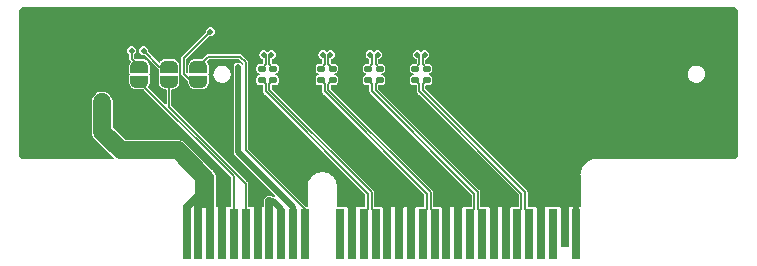
<source format=gtl>
%TF.GenerationSoftware,KiCad,Pcbnew,(6.0.1)*%
%TF.CreationDate,2022-02-11T10:22:35+08:00*%
%TF.ProjectId,Wyse-5070-PCIe-Riser,57797365-2d35-4303-9730-2d504349652d,rev?*%
%TF.SameCoordinates,Original*%
%TF.FileFunction,Copper,L1,Top*%
%TF.FilePolarity,Positive*%
%FSLAX46Y46*%
G04 Gerber Fmt 4.6, Leading zero omitted, Abs format (unit mm)*
G04 Created by KiCad (PCBNEW (6.0.1)) date 2022-02-11 10:22:35*
%MOMM*%
%LPD*%
G01*
G04 APERTURE LIST*
G04 Aperture macros list*
%AMRoundRect*
0 Rectangle with rounded corners*
0 $1 Rounding radius*
0 $2 $3 $4 $5 $6 $7 $8 $9 X,Y pos of 4 corners*
0 Add a 4 corners polygon primitive as box body*
4,1,4,$2,$3,$4,$5,$6,$7,$8,$9,$2,$3,0*
0 Add four circle primitives for the rounded corners*
1,1,$1+$1,$2,$3*
1,1,$1+$1,$4,$5*
1,1,$1+$1,$6,$7*
1,1,$1+$1,$8,$9*
0 Add four rect primitives between the rounded corners*
20,1,$1+$1,$2,$3,$4,$5,0*
20,1,$1+$1,$4,$5,$6,$7,0*
20,1,$1+$1,$6,$7,$8,$9,0*
20,1,$1+$1,$8,$9,$2,$3,0*%
%AMFreePoly0*
4,1,22,0.500000,-0.750000,0.000000,-0.750000,0.000000,-0.745033,-0.079941,-0.743568,-0.215256,-0.701293,-0.333266,-0.622738,-0.424486,-0.514219,-0.481581,-0.384460,-0.499164,-0.250000,-0.500000,-0.250000,-0.500000,0.250000,-0.499164,0.250000,-0.499963,0.256109,-0.478152,0.396186,-0.417904,0.524511,-0.324060,0.630769,-0.204165,0.706417,-0.067858,0.745374,0.000000,0.744959,0.000000,0.750000,
0.500000,0.750000,0.500000,-0.750000,0.500000,-0.750000,$1*%
%AMFreePoly1*
4,1,20,0.000000,0.744959,0.073905,0.744508,0.209726,0.703889,0.328688,0.626782,0.421226,0.519385,0.479903,0.390333,0.500000,0.250000,0.500000,-0.250000,0.499851,-0.262216,0.476331,-0.402017,0.414519,-0.529596,0.319384,-0.634700,0.198574,-0.708877,0.061801,-0.746166,0.000000,-0.745033,0.000000,-0.750000,-0.500000,-0.750000,-0.500000,0.750000,0.000000,0.750000,0.000000,0.744959,
0.000000,0.744959,$1*%
G04 Aperture macros list end*
%TA.AperFunction,SMDPad,CuDef*%
%ADD10FreePoly0,270.000000*%
%TD*%
%TA.AperFunction,SMDPad,CuDef*%
%ADD11FreePoly1,270.000000*%
%TD*%
%TA.AperFunction,SMDPad,CuDef*%
%ADD12FreePoly0,90.000000*%
%TD*%
%TA.AperFunction,SMDPad,CuDef*%
%ADD13FreePoly1,90.000000*%
%TD*%
%TA.AperFunction,SMDPad,CuDef*%
%ADD14RoundRect,0.140000X-0.170000X0.140000X-0.170000X-0.140000X0.170000X-0.140000X0.170000X0.140000X0*%
%TD*%
%TA.AperFunction,ConnectorPad*%
%ADD15R,0.700000X4.300000*%
%TD*%
%TA.AperFunction,ConnectorPad*%
%ADD16R,0.700000X3.200000*%
%TD*%
%TA.AperFunction,ViaPad*%
%ADD17C,0.500000*%
%TD*%
%TA.AperFunction,Conductor*%
%ADD18C,0.177800*%
%TD*%
%TA.AperFunction,Conductor*%
%ADD19C,0.700000*%
%TD*%
%TA.AperFunction,Conductor*%
%ADD20C,0.500000*%
%TD*%
%TA.AperFunction,Conductor*%
%ADD21C,1.500000*%
%TD*%
%TA.AperFunction,Conductor*%
%ADD22C,0.150000*%
%TD*%
G04 APERTURE END LIST*
D10*
%TO.P,JP4,1,A*%
%TO.N,/~{Wyse_WAKE}*%
X139500000Y-132350000D03*
D11*
%TO.P,JP4,2,B*%
%TO.N,/~{WAKE}*%
X139500000Y-133650000D03*
%TD*%
D12*
%TO.P,JP2,1,A*%
%TO.N,/Wyse_SMCLK*%
X134500000Y-133650000D03*
D13*
%TO.P,JP2,2,B*%
%TO.N,/SMCLK*%
X134500000Y-132350000D03*
%TD*%
D14*
%TO.P,C6,1*%
%TO.N,/PET2-*%
X154850000Y-132520000D03*
%TO.P,C6,2*%
%TO.N,/W-PET2-*%
X154850000Y-133480000D03*
%TD*%
%TO.P,C4,1*%
%TO.N,/PET1-*%
X150850000Y-132520000D03*
%TO.P,C4,2*%
%TO.N,/W-PET1-*%
X150850000Y-133480000D03*
%TD*%
D15*
%TO.P,J1,B1,+12V*%
%TO.N,+12V*%
X138500000Y-146550000D03*
%TO.P,J1,B2,+12V*%
X139500000Y-146550000D03*
%TO.P,J1,B3,+12V*%
X140500000Y-146550000D03*
%TO.P,J1,B4,GND*%
%TO.N,GND*%
X141500000Y-146550000D03*
%TO.P,J1,B5,SMCLK*%
%TO.N,/Wyse_SMCLK*%
X142500000Y-146550000D03*
%TO.P,J1,B6,SMDAT*%
%TO.N,/Wyse_SMDAT*%
X143500000Y-146550000D03*
%TO.P,J1,B7,GND*%
%TO.N,GND*%
X144500000Y-146550000D03*
%TO.P,J1,B8,+3.3V*%
%TO.N,+3V3*%
X145500000Y-146550000D03*
%TO.P,J1,B9,TRST#*%
X146500000Y-146550000D03*
%TO.P,J1,B10,+3.3V_AUX*%
%TO.N,+3V3SB*%
X147500000Y-146550000D03*
%TO.P,J1,B11,WAKE#*%
%TO.N,/~{Wyse_WAKE}*%
X148500000Y-146550000D03*
%TO.P,J1,B12,CLKREQ#*%
%TO.N,unconnected-(J1-PadB12)*%
X151500000Y-146550000D03*
%TO.P,J1,B13,GND*%
%TO.N,GND*%
X152500000Y-146550000D03*
%TO.P,J1,B14,PETp0*%
%TO.N,/W-PET0+*%
X153500000Y-146550000D03*
%TO.P,J1,B15,PETn0*%
%TO.N,/W-PET0-*%
X154500000Y-146550000D03*
%TO.P,J1,B16,GND*%
%TO.N,GND*%
X155500000Y-146550000D03*
%TO.P,J1,B17,PRSNT2#*%
X156500000Y-146550000D03*
%TO.P,J1,B18,GND*%
X157500000Y-146550000D03*
%TO.P,J1,B19,PETp1*%
%TO.N,/W-PET1+*%
X158500000Y-146550000D03*
%TO.P,J1,B20,PETn1*%
%TO.N,/W-PET1-*%
X159500000Y-146550000D03*
%TO.P,J1,B21,GND*%
%TO.N,GND*%
X160500000Y-146550000D03*
%TO.P,J1,B22,GND*%
X161500000Y-146550000D03*
%TO.P,J1,B23,PETp2*%
%TO.N,/W-PET2+*%
X162500000Y-146550000D03*
%TO.P,J1,B24,PETn2*%
%TO.N,/W-PET2-*%
X163500000Y-146550000D03*
%TO.P,J1,B25,GND*%
%TO.N,GND*%
X164500000Y-146550000D03*
%TO.P,J1,B26,GND*%
X165500000Y-146550000D03*
%TO.P,J1,B27,PETp3*%
%TO.N,/W-PET3+*%
X166500000Y-146550000D03*
%TO.P,J1,B28,PETn3*%
%TO.N,/W-PET3-*%
X167500000Y-146550000D03*
%TO.P,J1,B29,GND*%
%TO.N,GND*%
X168500000Y-146550000D03*
%TO.P,J1,B30,PWRBRK#*%
%TO.N,unconnected-(J1-PadB30)*%
X169500000Y-146550000D03*
D16*
%TO.P,J1,B31,PRSNT2#*%
%TO.N,GND*%
X170500000Y-146000000D03*
D15*
%TO.P,J1,B32,GND*%
X171500000Y-146550000D03*
%TD*%
D14*
%TO.P,C1,1*%
%TO.N,/PET0+*%
X144850000Y-132520000D03*
%TO.P,C1,2*%
%TO.N,/W-PET0+*%
X144850000Y-133480000D03*
%TD*%
D12*
%TO.P,JP3,1,A*%
%TO.N,/Wyse_SMDAT*%
X137000000Y-133650000D03*
D13*
%TO.P,JP3,2,B*%
%TO.N,/SMDAT*%
X137000000Y-132350000D03*
%TD*%
D14*
%TO.P,C7,1*%
%TO.N,/PET3+*%
X157850000Y-132520000D03*
%TO.P,C7,2*%
%TO.N,/W-PET3+*%
X157850000Y-133480000D03*
%TD*%
%TO.P,C3,1*%
%TO.N,/PET1+*%
X149850000Y-132520000D03*
%TO.P,C3,2*%
%TO.N,/W-PET1+*%
X149850000Y-133480000D03*
%TD*%
%TO.P,C5,1*%
%TO.N,/PET2+*%
X153850000Y-132520000D03*
%TO.P,C5,2*%
%TO.N,/W-PET2+*%
X153850000Y-133480000D03*
%TD*%
%TO.P,C8,1*%
%TO.N,/PET3-*%
X158850000Y-132520000D03*
%TO.P,C8,2*%
%TO.N,/W-PET3-*%
X158850000Y-133480000D03*
%TD*%
%TO.P,C2,1*%
%TO.N,/PET0-*%
X145850000Y-132520000D03*
%TO.P,C2,2*%
%TO.N,/W-PET0-*%
X145850000Y-133480000D03*
%TD*%
D17*
%TO.N,/PET0+*%
X145036500Y-131350000D03*
%TO.N,/PET0-*%
X145663500Y-131350000D03*
%TO.N,/PET1+*%
X150036500Y-131350000D03*
%TO.N,/PET1-*%
X150663500Y-131350000D03*
%TO.N,/PET2+*%
X154036500Y-131350000D03*
%TO.N,/PET2-*%
X154663500Y-131350000D03*
%TO.N,/PET3+*%
X158036500Y-131350000D03*
%TO.N,/PET3-*%
X158663500Y-131350000D03*
%TO.N,GND*%
X147850000Y-130900000D03*
X150850000Y-138100000D03*
X156850000Y-130900000D03*
X135850000Y-130900000D03*
X144500000Y-143750000D03*
X132850000Y-135100000D03*
X160000000Y-143750000D03*
X152850000Y-130900000D03*
X157000000Y-143750000D03*
X158000000Y-143750000D03*
X166000000Y-143750000D03*
X129850000Y-138100000D03*
X148850000Y-135100000D03*
X159850000Y-130900000D03*
X162000000Y-143750000D03*
X152000000Y-143750000D03*
X148850000Y-130900000D03*
X132850000Y-130900000D03*
X157850000Y-135100000D03*
X170000000Y-143750000D03*
X151850000Y-130900000D03*
X145850000Y-138100000D03*
X161850000Y-135100000D03*
X143850000Y-130900000D03*
X164850000Y-138100000D03*
X155850000Y-130900000D03*
X153850000Y-135100000D03*
X164000000Y-143750000D03*
X129850000Y-135100000D03*
X168000000Y-143750000D03*
X141500000Y-143750000D03*
X155000000Y-143750000D03*
X146850000Y-130900000D03*
%TO.N,+12V*%
X139500000Y-143750000D03*
X131850000Y-138000000D03*
X130850000Y-135250000D03*
X140500000Y-143750000D03*
X131850000Y-135250000D03*
X130850000Y-138000000D03*
X139500000Y-142950000D03*
X140500000Y-142950000D03*
%TO.N,+3V3*%
X145500000Y-143750000D03*
%TO.N,+3V3SB*%
X142850000Y-133600000D03*
X142850000Y-132400000D03*
X142850000Y-133000000D03*
%TO.N,/SMCLK*%
X133850000Y-131000000D03*
%TO.N,/SMDAT*%
X134850000Y-131000000D03*
%TO.N,/~{WAKE}*%
X140500000Y-129400000D03*
%TD*%
D18*
%TO.N,/PET0+*%
X145197599Y-131511099D02*
X145197599Y-132172401D01*
X145036500Y-131350000D02*
X145197599Y-131511099D01*
X145197599Y-132172401D02*
X144850000Y-132520000D01*
%TO.N,/W-PET0+*%
X145197599Y-134463127D02*
X145197599Y-133827599D01*
X153847600Y-143113128D02*
X145197599Y-134463127D01*
X145197599Y-133827599D02*
X144850000Y-133480000D01*
X153847600Y-144402400D02*
X153847600Y-143113128D01*
X153500000Y-144750000D02*
X153847600Y-144402400D01*
X153500000Y-146550000D02*
X153500000Y-144750000D01*
%TO.N,/PET0-*%
X145502401Y-131511099D02*
X145502401Y-132172401D01*
X145663500Y-131350000D02*
X145502401Y-131511099D01*
X145502401Y-132172401D02*
X145850000Y-132520000D01*
%TO.N,/W-PET0-*%
X145502401Y-133827599D02*
X145850000Y-133480000D01*
X154500000Y-144750000D02*
X154152400Y-144402400D01*
X145502401Y-134336873D02*
X145502401Y-133827599D01*
X154152400Y-144402400D02*
X154152400Y-142986872D01*
X154152400Y-142986872D02*
X145502401Y-134336873D01*
X154500000Y-146550000D02*
X154500000Y-144750000D01*
%TO.N,/PET1+*%
X150197599Y-132172401D02*
X149850000Y-132520000D01*
X150036500Y-131350000D02*
X150197599Y-131511099D01*
X150197599Y-131511099D02*
X150197599Y-132172401D01*
%TO.N,/W-PET1+*%
X158500000Y-146550000D02*
X158500000Y-144750000D01*
X158847600Y-144402400D02*
X158847600Y-143113128D01*
X158500000Y-144750000D02*
X158847600Y-144402400D01*
X158847600Y-143113128D02*
X150197599Y-134463127D01*
X150197599Y-133827599D02*
X149850000Y-133480000D01*
X150197599Y-134463127D02*
X150197599Y-133827599D01*
%TO.N,/PET1-*%
X150663500Y-131350000D02*
X150502401Y-131511099D01*
X150502401Y-132172401D02*
X150850000Y-132520000D01*
X150502401Y-131511099D02*
X150502401Y-132172401D01*
%TO.N,/W-PET1-*%
X150502401Y-133827599D02*
X150850000Y-133480000D01*
X159152400Y-142986872D02*
X150502401Y-134336873D01*
X159500000Y-146550000D02*
X159500000Y-144750000D01*
X150502401Y-134336873D02*
X150502401Y-133827599D01*
X159500000Y-144750000D02*
X159152400Y-144402400D01*
X159152400Y-144402400D02*
X159152400Y-142986872D01*
%TO.N,/PET2+*%
X154197599Y-132172401D02*
X153850000Y-132520000D01*
X154036500Y-131350000D02*
X154197599Y-131511099D01*
X154197599Y-131511099D02*
X154197599Y-132172401D01*
%TO.N,/W-PET2+*%
X162500000Y-144750000D02*
X162847600Y-144402400D01*
X162847600Y-144402400D02*
X162847600Y-143113128D01*
X162500000Y-146550000D02*
X162500000Y-144750000D01*
X162847600Y-143113128D02*
X154197599Y-134463127D01*
X154197599Y-134463127D02*
X154197599Y-133827599D01*
X154197599Y-133827599D02*
X153850000Y-133480000D01*
%TO.N,/PET2-*%
X154502401Y-131511099D02*
X154502401Y-132172401D01*
X154502401Y-132172401D02*
X154850000Y-132520000D01*
X154663500Y-131350000D02*
X154502401Y-131511099D01*
%TO.N,/W-PET2-*%
X163152400Y-144402400D02*
X163152400Y-142986872D01*
X163500000Y-146550000D02*
X163500000Y-144750000D01*
X154502401Y-134336873D02*
X154502401Y-133827599D01*
X154502401Y-133827599D02*
X154850000Y-133480000D01*
X163500000Y-144750000D02*
X163152400Y-144402400D01*
X163152400Y-142986872D02*
X154502401Y-134336873D01*
%TO.N,/PET3+*%
X158197599Y-132172401D02*
X157850000Y-132520000D01*
X158036500Y-131350000D02*
X158197599Y-131511099D01*
X158197599Y-131511099D02*
X158197599Y-132172401D01*
%TO.N,/W-PET3+*%
X166847600Y-143113128D02*
X158197599Y-134463127D01*
X158197599Y-134463127D02*
X158197599Y-133827599D01*
X158197599Y-133827599D02*
X157850000Y-133480000D01*
X166500000Y-144750000D02*
X166847600Y-144402400D01*
X166500000Y-146550000D02*
X166500000Y-144750000D01*
X166847600Y-144402400D02*
X166847600Y-143113128D01*
%TO.N,/PET3-*%
X158502401Y-132172401D02*
X158850000Y-132520000D01*
X158502401Y-131511099D02*
X158502401Y-132172401D01*
X158663500Y-131350000D02*
X158502401Y-131511099D01*
%TO.N,/W-PET3-*%
X158502401Y-134336873D02*
X158502401Y-133827599D01*
X167152400Y-142986872D02*
X158502401Y-134336873D01*
X158502401Y-133827599D02*
X158850000Y-133480000D01*
X167152400Y-144402400D02*
X167152400Y-142986872D01*
X167500000Y-144750000D02*
X167152400Y-144402400D01*
X167500000Y-146550000D02*
X167500000Y-144750000D01*
D19*
%TO.N,GND*%
X165500000Y-146550000D02*
X165500000Y-144250000D01*
X170500000Y-146000000D02*
X170500000Y-144250000D01*
X160000000Y-143750000D02*
X160500000Y-144250000D01*
X168500000Y-144250000D02*
X168500000Y-146550000D01*
X156500000Y-144250000D02*
X157000000Y-143750000D01*
X141500000Y-146550000D02*
X141500000Y-143750000D01*
X152500000Y-146550000D02*
X152500000Y-144250000D01*
X168000000Y-143750000D02*
X168500000Y-144250000D01*
X157500000Y-146550000D02*
X157500000Y-144250000D01*
X155500000Y-146550000D02*
X155500000Y-144250000D01*
X144500000Y-146550000D02*
X144500000Y-143750000D01*
X165500000Y-144250000D02*
X166000000Y-143750000D01*
X170500000Y-144250000D02*
X170000000Y-143750000D01*
X164500000Y-144250000D02*
X164500000Y-146550000D01*
X155500000Y-144250000D02*
X155000000Y-143750000D01*
X152500000Y-144250000D02*
X152000000Y-143750000D01*
X161500000Y-144250000D02*
X162000000Y-143750000D01*
X164000000Y-143750000D02*
X164500000Y-144250000D01*
X160500000Y-144250000D02*
X160500000Y-146550000D01*
D20*
X171500000Y-146550000D02*
X171500000Y-143750000D01*
D19*
X156500000Y-146550000D02*
X156500000Y-144250000D01*
X161500000Y-146550000D02*
X161500000Y-144250000D01*
X157500000Y-144250000D02*
X158000000Y-143750000D01*
D21*
%TO.N,+12V*%
X137750000Y-139450000D02*
X140000000Y-141700000D01*
D19*
X139500000Y-146550000D02*
X139500000Y-144050000D01*
X139500000Y-144050000D02*
X140000000Y-143550000D01*
D21*
X132950000Y-139450000D02*
X137750000Y-139450000D01*
X140000000Y-141700000D02*
X140000000Y-143550000D01*
D19*
X138500000Y-144250000D02*
X140200000Y-142550000D01*
X138500000Y-146550000D02*
X138500000Y-144250000D01*
D21*
X131350000Y-135350000D02*
X131350000Y-137850000D01*
D19*
X140500000Y-146550000D02*
X140500000Y-141700000D01*
D21*
X131350000Y-137850000D02*
X132950000Y-139450000D01*
D20*
%TO.N,+3V3*%
X146500000Y-144400000D02*
X145850000Y-143750000D01*
X145850000Y-143750000D02*
X145500000Y-143750000D01*
X146500000Y-146550000D02*
X146500000Y-144400000D01*
D19*
X145500000Y-146550000D02*
X145500000Y-143750000D01*
D22*
%TO.N,/Wyse_SMCLK*%
X142500000Y-141650000D02*
X142500000Y-146550000D01*
X134500000Y-133650000D02*
X142500000Y-141650000D01*
%TO.N,/Wyse_SMDAT*%
X143500000Y-146550000D02*
X143500000Y-142258942D01*
X143500000Y-142258942D02*
X137000000Y-135758942D01*
X137000000Y-135758942D02*
X137000000Y-133650000D01*
D20*
%TO.N,+3V3SB*%
X142850000Y-139600000D02*
X142850000Y-132400000D01*
X147500000Y-146550000D02*
X147500000Y-144250000D01*
X147500000Y-144250000D02*
X142850000Y-139600000D01*
D22*
%TO.N,/~{Wyse_WAKE}*%
X140350000Y-131500000D02*
X143000000Y-131500000D01*
X143500000Y-139450000D02*
X148500000Y-144450000D01*
X139500000Y-132350000D02*
X140350000Y-131500000D01*
X143500000Y-132000000D02*
X143500000Y-139450000D01*
X148500000Y-144450000D02*
X148500000Y-146550000D01*
X143000000Y-131500000D02*
X143500000Y-132000000D01*
%TO.N,/SMCLK*%
X133850000Y-131000000D02*
X133850000Y-131700000D01*
X133850000Y-131700000D02*
X134500000Y-132350000D01*
%TO.N,/SMDAT*%
X136200000Y-132350000D02*
X137000000Y-132350000D01*
X134850000Y-131000000D02*
X136200000Y-132350000D01*
%TO.N,/~{WAKE}*%
X138250000Y-132950000D02*
X138950000Y-133650000D01*
X138250000Y-131650000D02*
X138250000Y-132950000D01*
X140500000Y-129400000D02*
X138250000Y-131650000D01*
X138950000Y-133650000D02*
X139500000Y-133650000D01*
%TD*%
%TA.AperFunction,Conductor*%
%TO.N,GND*%
G36*
X184892650Y-127317313D02*
G01*
X184897410Y-127321674D01*
X185178326Y-127602590D01*
X185199718Y-127648466D01*
X185200000Y-127654916D01*
X185200000Y-139845084D01*
X185182687Y-139892650D01*
X185178326Y-139897410D01*
X184897410Y-140178326D01*
X184851534Y-140199718D01*
X184845084Y-140200000D01*
X173182722Y-140200000D01*
X173169872Y-140198876D01*
X173150000Y-140195372D01*
X173143772Y-140196470D01*
X173143442Y-140196496D01*
X173142219Y-140196496D01*
X173140240Y-140196748D01*
X173044239Y-140204303D01*
X172948899Y-140211806D01*
X172948894Y-140211807D01*
X172946007Y-140212034D01*
X172747036Y-140259803D01*
X172557987Y-140338109D01*
X172555505Y-140339630D01*
X172555501Y-140339632D01*
X172399304Y-140435350D01*
X172383516Y-140445025D01*
X172227918Y-140577918D01*
X172226027Y-140580132D01*
X172101367Y-140726091D01*
X172095025Y-140733516D01*
X172093501Y-140736003D01*
X172054284Y-140800000D01*
X171988109Y-140907987D01*
X171986994Y-140910680D01*
X171986993Y-140910681D01*
X171941373Y-141020819D01*
X171909803Y-141097036D01*
X171862034Y-141296007D01*
X171861807Y-141298896D01*
X171861806Y-141298900D01*
X171850765Y-141439204D01*
X171850521Y-141440711D01*
X171850615Y-141440720D01*
X171850000Y-141446993D01*
X171850000Y-141448619D01*
X171849899Y-141450200D01*
X171846749Y-141490231D01*
X171846496Y-141492218D01*
X171846496Y-141493442D01*
X171846470Y-141493772D01*
X171845372Y-141500000D01*
X171846496Y-141506374D01*
X171848876Y-141519872D01*
X171850000Y-141532722D01*
X171850000Y-144176000D01*
X171832687Y-144223566D01*
X171788850Y-144248876D01*
X171776000Y-144250000D01*
X167442800Y-144250000D01*
X167395234Y-144232687D01*
X167369924Y-144188850D01*
X167368800Y-144176000D01*
X167368800Y-142994498D01*
X167368901Y-142990624D01*
X167370505Y-142960030D01*
X167370505Y-142960029D01*
X167370912Y-142952263D01*
X167362618Y-142930656D01*
X167359320Y-142919524D01*
X167356124Y-142904491D01*
X167354508Y-142896888D01*
X167349941Y-142890601D01*
X167349937Y-142890593D01*
X167340740Y-142873653D01*
X167340729Y-142873636D01*
X167337943Y-142866379D01*
X167321582Y-142850018D01*
X167314040Y-142841188D01*
X167305005Y-142828752D01*
X167300435Y-142822462D01*
X167293702Y-142818575D01*
X167293688Y-142818562D01*
X167278382Y-142806818D01*
X163022390Y-138550826D01*
X158740475Y-134268912D01*
X158719083Y-134223036D01*
X158718801Y-134216586D01*
X158718801Y-133961500D01*
X158736114Y-133913934D01*
X158779951Y-133888624D01*
X158792801Y-133887500D01*
X159046348Y-133887500D01*
X159049917Y-133886790D01*
X159049918Y-133886790D01*
X159117227Y-133873402D01*
X159117230Y-133873401D01*
X159124373Y-133871980D01*
X159212857Y-133812857D01*
X159271980Y-133724373D01*
X159273401Y-133717230D01*
X159273402Y-133717227D01*
X159286790Y-133649918D01*
X159286790Y-133649917D01*
X159287500Y-133646348D01*
X159287500Y-133313652D01*
X159285617Y-133304185D01*
X159273402Y-133242773D01*
X159273401Y-133242770D01*
X159271980Y-133235627D01*
X159212857Y-133147143D01*
X159124373Y-133088020D01*
X159117230Y-133086599D01*
X159117227Y-133086598D01*
X159046740Y-133072578D01*
X159003466Y-133046318D01*
X159001189Y-133039610D01*
X180918619Y-133039610D01*
X180947348Y-133206802D01*
X181013768Y-133362900D01*
X181016318Y-133366364D01*
X181016319Y-133366367D01*
X181111768Y-133496068D01*
X181111772Y-133496072D01*
X181114318Y-133499532D01*
X181117595Y-133502316D01*
X181117596Y-133502317D01*
X181232577Y-133600000D01*
X181243603Y-133609367D01*
X181247429Y-133611321D01*
X181247431Y-133611322D01*
X181294853Y-133635537D01*
X181394687Y-133686515D01*
X181559468Y-133726837D01*
X181562757Y-133727041D01*
X181569027Y-133727430D01*
X181569028Y-133727430D01*
X181570156Y-133727500D01*
X181692483Y-133727500D01*
X181694608Y-133727252D01*
X181694612Y-133727252D01*
X181814230Y-133713306D01*
X181818501Y-133712808D01*
X181822542Y-133711341D01*
X181822543Y-133711341D01*
X181973916Y-133656395D01*
X181973919Y-133656394D01*
X181977962Y-133654926D01*
X182119832Y-133561912D01*
X182236498Y-133438757D01*
X182321703Y-133292065D01*
X182338797Y-133235627D01*
X182363760Y-133153203D01*
X182370877Y-133129706D01*
X182373551Y-133086598D01*
X182381115Y-132964684D01*
X182381115Y-132964681D01*
X182381381Y-132960390D01*
X182352652Y-132793198D01*
X182286232Y-132637100D01*
X182283681Y-132633633D01*
X182188232Y-132503932D01*
X182188228Y-132503928D01*
X182185682Y-132500468D01*
X182102398Y-132429713D01*
X182059673Y-132393416D01*
X182059672Y-132393415D01*
X182056397Y-132390633D01*
X182052571Y-132388679D01*
X182052569Y-132388678D01*
X181949899Y-132336252D01*
X181905313Y-132313485D01*
X181740532Y-132273163D01*
X181733842Y-132272748D01*
X181730973Y-132272570D01*
X181730972Y-132272570D01*
X181729844Y-132272500D01*
X181607517Y-132272500D01*
X181605392Y-132272748D01*
X181605388Y-132272748D01*
X181485770Y-132286694D01*
X181481499Y-132287192D01*
X181477458Y-132288659D01*
X181477457Y-132288659D01*
X181326084Y-132343605D01*
X181326081Y-132343606D01*
X181322038Y-132345074D01*
X181180168Y-132438088D01*
X181063502Y-132561243D01*
X181061342Y-132564961D01*
X181061341Y-132564963D01*
X181021455Y-132633633D01*
X180978297Y-132707935D01*
X180977052Y-132712046D01*
X180977051Y-132712048D01*
X180959369Y-132770431D01*
X180929123Y-132870294D01*
X180928857Y-132874581D01*
X180919222Y-133029898D01*
X180918619Y-133039610D01*
X159001189Y-133039610D01*
X158987195Y-132998386D01*
X159005541Y-132951209D01*
X159046740Y-132927422D01*
X159117227Y-132913402D01*
X159117230Y-132913401D01*
X159124373Y-132911980D01*
X159212857Y-132852857D01*
X159271980Y-132764373D01*
X159273401Y-132757230D01*
X159273402Y-132757227D01*
X159286790Y-132689918D01*
X159286790Y-132689917D01*
X159287500Y-132686348D01*
X159287500Y-132353652D01*
X159282682Y-132329431D01*
X159273402Y-132282773D01*
X159273401Y-132282770D01*
X159271980Y-132275627D01*
X159212857Y-132187143D01*
X159124373Y-132128020D01*
X159117230Y-132126599D01*
X159117227Y-132126598D01*
X159049918Y-132113210D01*
X159049917Y-132113210D01*
X159046348Y-132112500D01*
X158792801Y-132112500D01*
X158745235Y-132095187D01*
X158719925Y-132051350D01*
X158718801Y-132038500D01*
X158718801Y-131786649D01*
X158736114Y-131739083D01*
X158771291Y-131719210D01*
X158770316Y-131716211D01*
X158775856Y-131714411D01*
X158781608Y-131713500D01*
X158888155Y-131659211D01*
X158972711Y-131574655D01*
X158980383Y-131559599D01*
X159004848Y-131511583D01*
X159027000Y-131468108D01*
X159045706Y-131350000D01*
X159027000Y-131231892D01*
X158972711Y-131125345D01*
X158888155Y-131040789D01*
X158781608Y-130986500D01*
X158663500Y-130967794D01*
X158545392Y-130986500D01*
X158438845Y-131040789D01*
X158402326Y-131077308D01*
X158356450Y-131098700D01*
X158307555Y-131085599D01*
X158297674Y-131077308D01*
X158261155Y-131040789D01*
X158154608Y-130986500D01*
X158036500Y-130967794D01*
X157918392Y-130986500D01*
X157811845Y-131040789D01*
X157727289Y-131125345D01*
X157673000Y-131231892D01*
X157654294Y-131350000D01*
X157673000Y-131468108D01*
X157695152Y-131511583D01*
X157719618Y-131559599D01*
X157727289Y-131574655D01*
X157811845Y-131659211D01*
X157918392Y-131713500D01*
X157924144Y-131714411D01*
X157929684Y-131716211D01*
X157928743Y-131719106D01*
X157962985Y-131738029D01*
X157981199Y-131786649D01*
X157981199Y-132038500D01*
X157963886Y-132086066D01*
X157920049Y-132111376D01*
X157907199Y-132112500D01*
X157653652Y-132112500D01*
X157650083Y-132113210D01*
X157650082Y-132113210D01*
X157582773Y-132126598D01*
X157582770Y-132126599D01*
X157575627Y-132128020D01*
X157487143Y-132187143D01*
X157428020Y-132275627D01*
X157426599Y-132282770D01*
X157426598Y-132282773D01*
X157417318Y-132329431D01*
X157412500Y-132353652D01*
X157412500Y-132686348D01*
X157413210Y-132689917D01*
X157413210Y-132689918D01*
X157426598Y-132757227D01*
X157426599Y-132757230D01*
X157428020Y-132764373D01*
X157487143Y-132852857D01*
X157575627Y-132911980D01*
X157582770Y-132913401D01*
X157582773Y-132913402D01*
X157653260Y-132927422D01*
X157696534Y-132953682D01*
X157712805Y-133001614D01*
X157694459Y-133048791D01*
X157653260Y-133072578D01*
X157582773Y-133086598D01*
X157582770Y-133086599D01*
X157575627Y-133088020D01*
X157487143Y-133147143D01*
X157428020Y-133235627D01*
X157426599Y-133242770D01*
X157426598Y-133242773D01*
X157414383Y-133304185D01*
X157412500Y-133313652D01*
X157412500Y-133646348D01*
X157413210Y-133649917D01*
X157413210Y-133649918D01*
X157426598Y-133717227D01*
X157426599Y-133717230D01*
X157428020Y-133724373D01*
X157487143Y-133812857D01*
X157575627Y-133871980D01*
X157582770Y-133873401D01*
X157582773Y-133873402D01*
X157650082Y-133886790D01*
X157650083Y-133886790D01*
X157653652Y-133887500D01*
X157907199Y-133887500D01*
X157954765Y-133904813D01*
X157980075Y-133948650D01*
X157981199Y-133961500D01*
X157981199Y-134455501D01*
X157981098Y-134459374D01*
X157979087Y-134497736D01*
X157981875Y-134504998D01*
X157987381Y-134519343D01*
X157990679Y-134530475D01*
X157995491Y-134553111D01*
X158000058Y-134559398D01*
X158000062Y-134559406D01*
X158009259Y-134576346D01*
X158009270Y-134576363D01*
X158012056Y-134583620D01*
X158028417Y-134599981D01*
X158035959Y-134608811D01*
X158049564Y-134627537D01*
X158056297Y-134631424D01*
X158056311Y-134631437D01*
X158071617Y-134643181D01*
X166609526Y-143181090D01*
X166630918Y-143226966D01*
X166631200Y-143233416D01*
X166631200Y-144176000D01*
X166613887Y-144223566D01*
X166570050Y-144248876D01*
X166557200Y-144250000D01*
X163442800Y-144250000D01*
X163395234Y-144232687D01*
X163369924Y-144188850D01*
X163368800Y-144176000D01*
X163368800Y-142994498D01*
X163368901Y-142990624D01*
X163370505Y-142960030D01*
X163370505Y-142960029D01*
X163370912Y-142952263D01*
X163362618Y-142930656D01*
X163359320Y-142919524D01*
X163356124Y-142904491D01*
X163354508Y-142896888D01*
X163349941Y-142890601D01*
X163349937Y-142890593D01*
X163340740Y-142873653D01*
X163340729Y-142873636D01*
X163337943Y-142866379D01*
X163321582Y-142850018D01*
X163314040Y-142841188D01*
X163305005Y-142828752D01*
X163300435Y-142822462D01*
X163293702Y-142818575D01*
X163293688Y-142818562D01*
X163278382Y-142806818D01*
X159022390Y-138550826D01*
X154740475Y-134268912D01*
X154719083Y-134223036D01*
X154718801Y-134216586D01*
X154718801Y-133961500D01*
X154736114Y-133913934D01*
X154779951Y-133888624D01*
X154792801Y-133887500D01*
X155046348Y-133887500D01*
X155049917Y-133886790D01*
X155049918Y-133886790D01*
X155117227Y-133873402D01*
X155117230Y-133873401D01*
X155124373Y-133871980D01*
X155212857Y-133812857D01*
X155271980Y-133724373D01*
X155273401Y-133717230D01*
X155273402Y-133717227D01*
X155286790Y-133649918D01*
X155286790Y-133649917D01*
X155287500Y-133646348D01*
X155287500Y-133313652D01*
X155285617Y-133304185D01*
X155273402Y-133242773D01*
X155273401Y-133242770D01*
X155271980Y-133235627D01*
X155212857Y-133147143D01*
X155124373Y-133088020D01*
X155117230Y-133086599D01*
X155117227Y-133086598D01*
X155046740Y-133072578D01*
X155003466Y-133046318D01*
X154987195Y-132998386D01*
X155005541Y-132951209D01*
X155046740Y-132927422D01*
X155117227Y-132913402D01*
X155117230Y-132913401D01*
X155124373Y-132911980D01*
X155212857Y-132852857D01*
X155271980Y-132764373D01*
X155273401Y-132757230D01*
X155273402Y-132757227D01*
X155286790Y-132689918D01*
X155286790Y-132689917D01*
X155287500Y-132686348D01*
X155287500Y-132353652D01*
X155282682Y-132329431D01*
X155273402Y-132282773D01*
X155273401Y-132282770D01*
X155271980Y-132275627D01*
X155212857Y-132187143D01*
X155124373Y-132128020D01*
X155117230Y-132126599D01*
X155117227Y-132126598D01*
X155049918Y-132113210D01*
X155049917Y-132113210D01*
X155046348Y-132112500D01*
X154792801Y-132112500D01*
X154745235Y-132095187D01*
X154719925Y-132051350D01*
X154718801Y-132038500D01*
X154718801Y-131786649D01*
X154736114Y-131739083D01*
X154771291Y-131719210D01*
X154770316Y-131716211D01*
X154775856Y-131714411D01*
X154781608Y-131713500D01*
X154888155Y-131659211D01*
X154972711Y-131574655D01*
X154980383Y-131559599D01*
X155004848Y-131511583D01*
X155027000Y-131468108D01*
X155045706Y-131350000D01*
X155027000Y-131231892D01*
X154972711Y-131125345D01*
X154888155Y-131040789D01*
X154781608Y-130986500D01*
X154663500Y-130967794D01*
X154545392Y-130986500D01*
X154438845Y-131040789D01*
X154402326Y-131077308D01*
X154356450Y-131098700D01*
X154307555Y-131085599D01*
X154297674Y-131077308D01*
X154261155Y-131040789D01*
X154154608Y-130986500D01*
X154036500Y-130967794D01*
X153918392Y-130986500D01*
X153811845Y-131040789D01*
X153727289Y-131125345D01*
X153673000Y-131231892D01*
X153654294Y-131350000D01*
X153673000Y-131468108D01*
X153695152Y-131511583D01*
X153719618Y-131559599D01*
X153727289Y-131574655D01*
X153811845Y-131659211D01*
X153918392Y-131713500D01*
X153924144Y-131714411D01*
X153929684Y-131716211D01*
X153928743Y-131719106D01*
X153962985Y-131738029D01*
X153981199Y-131786649D01*
X153981199Y-132038500D01*
X153963886Y-132086066D01*
X153920049Y-132111376D01*
X153907199Y-132112500D01*
X153653652Y-132112500D01*
X153650083Y-132113210D01*
X153650082Y-132113210D01*
X153582773Y-132126598D01*
X153582770Y-132126599D01*
X153575627Y-132128020D01*
X153487143Y-132187143D01*
X153428020Y-132275627D01*
X153426599Y-132282770D01*
X153426598Y-132282773D01*
X153417318Y-132329431D01*
X153412500Y-132353652D01*
X153412500Y-132686348D01*
X153413210Y-132689917D01*
X153413210Y-132689918D01*
X153426598Y-132757227D01*
X153426599Y-132757230D01*
X153428020Y-132764373D01*
X153487143Y-132852857D01*
X153575627Y-132911980D01*
X153582770Y-132913401D01*
X153582773Y-132913402D01*
X153653260Y-132927422D01*
X153696534Y-132953682D01*
X153712805Y-133001614D01*
X153694459Y-133048791D01*
X153653260Y-133072578D01*
X153582773Y-133086598D01*
X153582770Y-133086599D01*
X153575627Y-133088020D01*
X153487143Y-133147143D01*
X153428020Y-133235627D01*
X153426599Y-133242770D01*
X153426598Y-133242773D01*
X153414383Y-133304185D01*
X153412500Y-133313652D01*
X153412500Y-133646348D01*
X153413210Y-133649917D01*
X153413210Y-133649918D01*
X153426598Y-133717227D01*
X153426599Y-133717230D01*
X153428020Y-133724373D01*
X153487143Y-133812857D01*
X153575627Y-133871980D01*
X153582770Y-133873401D01*
X153582773Y-133873402D01*
X153650082Y-133886790D01*
X153650083Y-133886790D01*
X153653652Y-133887500D01*
X153907199Y-133887500D01*
X153954765Y-133904813D01*
X153980075Y-133948650D01*
X153981199Y-133961500D01*
X153981199Y-134455501D01*
X153981098Y-134459374D01*
X153979087Y-134497736D01*
X153981875Y-134504998D01*
X153987381Y-134519343D01*
X153990679Y-134530475D01*
X153995491Y-134553111D01*
X154000058Y-134559398D01*
X154000062Y-134559406D01*
X154009259Y-134576346D01*
X154009270Y-134576363D01*
X154012056Y-134583620D01*
X154028417Y-134599981D01*
X154035959Y-134608811D01*
X154049564Y-134627537D01*
X154056297Y-134631424D01*
X154056311Y-134631437D01*
X154071617Y-134643181D01*
X162609526Y-143181090D01*
X162630918Y-143226966D01*
X162631200Y-143233416D01*
X162631200Y-144176000D01*
X162613887Y-144223566D01*
X162570050Y-144248876D01*
X162557200Y-144250000D01*
X159442800Y-144250000D01*
X159395234Y-144232687D01*
X159369924Y-144188850D01*
X159368800Y-144176000D01*
X159368800Y-142994498D01*
X159368901Y-142990624D01*
X159370505Y-142960030D01*
X159370505Y-142960029D01*
X159370912Y-142952263D01*
X159362618Y-142930656D01*
X159359320Y-142919524D01*
X159356124Y-142904491D01*
X159354508Y-142896888D01*
X159349941Y-142890601D01*
X159349937Y-142890593D01*
X159340740Y-142873653D01*
X159340729Y-142873636D01*
X159337943Y-142866379D01*
X159321582Y-142850018D01*
X159314040Y-142841188D01*
X159305005Y-142828752D01*
X159300435Y-142822462D01*
X159293702Y-142818575D01*
X159293688Y-142818562D01*
X159278382Y-142806818D01*
X155022390Y-138550826D01*
X150740475Y-134268912D01*
X150719083Y-134223036D01*
X150718801Y-134216586D01*
X150718801Y-133961500D01*
X150736114Y-133913934D01*
X150779951Y-133888624D01*
X150792801Y-133887500D01*
X151046348Y-133887500D01*
X151049917Y-133886790D01*
X151049918Y-133886790D01*
X151117227Y-133873402D01*
X151117230Y-133873401D01*
X151124373Y-133871980D01*
X151212857Y-133812857D01*
X151271980Y-133724373D01*
X151273401Y-133717230D01*
X151273402Y-133717227D01*
X151286790Y-133649918D01*
X151286790Y-133649917D01*
X151287500Y-133646348D01*
X151287500Y-133313652D01*
X151285617Y-133304185D01*
X151273402Y-133242773D01*
X151273401Y-133242770D01*
X151271980Y-133235627D01*
X151212857Y-133147143D01*
X151124373Y-133088020D01*
X151117230Y-133086599D01*
X151117227Y-133086598D01*
X151046740Y-133072578D01*
X151003466Y-133046318D01*
X150987195Y-132998386D01*
X151005541Y-132951209D01*
X151046740Y-132927422D01*
X151117227Y-132913402D01*
X151117230Y-132913401D01*
X151124373Y-132911980D01*
X151212857Y-132852857D01*
X151271980Y-132764373D01*
X151273401Y-132757230D01*
X151273402Y-132757227D01*
X151286790Y-132689918D01*
X151286790Y-132689917D01*
X151287500Y-132686348D01*
X151287500Y-132353652D01*
X151282682Y-132329431D01*
X151273402Y-132282773D01*
X151273401Y-132282770D01*
X151271980Y-132275627D01*
X151212857Y-132187143D01*
X151124373Y-132128020D01*
X151117230Y-132126599D01*
X151117227Y-132126598D01*
X151049918Y-132113210D01*
X151049917Y-132113210D01*
X151046348Y-132112500D01*
X150792801Y-132112500D01*
X150745235Y-132095187D01*
X150719925Y-132051350D01*
X150718801Y-132038500D01*
X150718801Y-131786649D01*
X150736114Y-131739083D01*
X150771291Y-131719210D01*
X150770316Y-131716211D01*
X150775856Y-131714411D01*
X150781608Y-131713500D01*
X150888155Y-131659211D01*
X150972711Y-131574655D01*
X150980383Y-131559599D01*
X151004848Y-131511583D01*
X151027000Y-131468108D01*
X151045706Y-131350000D01*
X151027000Y-131231892D01*
X150972711Y-131125345D01*
X150888155Y-131040789D01*
X150781608Y-130986500D01*
X150663500Y-130967794D01*
X150545392Y-130986500D01*
X150438845Y-131040789D01*
X150402326Y-131077308D01*
X150356450Y-131098700D01*
X150307555Y-131085599D01*
X150297674Y-131077308D01*
X150261155Y-131040789D01*
X150154608Y-130986500D01*
X150036500Y-130967794D01*
X149918392Y-130986500D01*
X149811845Y-131040789D01*
X149727289Y-131125345D01*
X149673000Y-131231892D01*
X149654294Y-131350000D01*
X149673000Y-131468108D01*
X149695152Y-131511583D01*
X149719618Y-131559599D01*
X149727289Y-131574655D01*
X149811845Y-131659211D01*
X149918392Y-131713500D01*
X149924144Y-131714411D01*
X149929684Y-131716211D01*
X149928743Y-131719106D01*
X149962985Y-131738029D01*
X149981199Y-131786649D01*
X149981199Y-132038500D01*
X149963886Y-132086066D01*
X149920049Y-132111376D01*
X149907199Y-132112500D01*
X149653652Y-132112500D01*
X149650083Y-132113210D01*
X149650082Y-132113210D01*
X149582773Y-132126598D01*
X149582770Y-132126599D01*
X149575627Y-132128020D01*
X149487143Y-132187143D01*
X149428020Y-132275627D01*
X149426599Y-132282770D01*
X149426598Y-132282773D01*
X149417318Y-132329431D01*
X149412500Y-132353652D01*
X149412500Y-132686348D01*
X149413210Y-132689917D01*
X149413210Y-132689918D01*
X149426598Y-132757227D01*
X149426599Y-132757230D01*
X149428020Y-132764373D01*
X149487143Y-132852857D01*
X149575627Y-132911980D01*
X149582770Y-132913401D01*
X149582773Y-132913402D01*
X149653260Y-132927422D01*
X149696534Y-132953682D01*
X149712805Y-133001614D01*
X149694459Y-133048791D01*
X149653260Y-133072578D01*
X149582773Y-133086598D01*
X149582770Y-133086599D01*
X149575627Y-133088020D01*
X149487143Y-133147143D01*
X149428020Y-133235627D01*
X149426599Y-133242770D01*
X149426598Y-133242773D01*
X149414383Y-133304185D01*
X149412500Y-133313652D01*
X149412500Y-133646348D01*
X149413210Y-133649917D01*
X149413210Y-133649918D01*
X149426598Y-133717227D01*
X149426599Y-133717230D01*
X149428020Y-133724373D01*
X149487143Y-133812857D01*
X149575627Y-133871980D01*
X149582770Y-133873401D01*
X149582773Y-133873402D01*
X149650082Y-133886790D01*
X149650083Y-133886790D01*
X149653652Y-133887500D01*
X149907199Y-133887500D01*
X149954765Y-133904813D01*
X149980075Y-133948650D01*
X149981199Y-133961500D01*
X149981199Y-134455501D01*
X149981098Y-134459374D01*
X149979087Y-134497736D01*
X149981875Y-134504998D01*
X149987381Y-134519343D01*
X149990679Y-134530475D01*
X149995491Y-134553111D01*
X150000058Y-134559398D01*
X150000062Y-134559406D01*
X150009259Y-134576346D01*
X150009270Y-134576363D01*
X150012056Y-134583620D01*
X150028417Y-134599981D01*
X150035959Y-134608811D01*
X150049564Y-134627537D01*
X150056297Y-134631424D01*
X150056311Y-134631437D01*
X150071617Y-134643181D01*
X158609526Y-143181090D01*
X158630918Y-143226966D01*
X158631200Y-143233416D01*
X158631200Y-144176000D01*
X158613887Y-144223566D01*
X158570050Y-144248876D01*
X158557200Y-144250000D01*
X154442800Y-144250000D01*
X154395234Y-144232687D01*
X154369924Y-144188850D01*
X154368800Y-144176000D01*
X154368800Y-142994498D01*
X154368901Y-142990624D01*
X154370505Y-142960030D01*
X154370505Y-142960029D01*
X154370912Y-142952263D01*
X154362618Y-142930656D01*
X154359320Y-142919524D01*
X154356124Y-142904491D01*
X154354508Y-142896888D01*
X154349941Y-142890601D01*
X154349937Y-142890593D01*
X154340740Y-142873653D01*
X154340729Y-142873636D01*
X154337943Y-142866379D01*
X154321582Y-142850018D01*
X154314040Y-142841188D01*
X154305005Y-142828752D01*
X154300435Y-142822462D01*
X154293702Y-142818575D01*
X154293688Y-142818562D01*
X154278382Y-142806818D01*
X150022390Y-138550826D01*
X145740475Y-134268912D01*
X145719083Y-134223036D01*
X145718801Y-134216586D01*
X145718801Y-133961500D01*
X145736114Y-133913934D01*
X145779951Y-133888624D01*
X145792801Y-133887500D01*
X146046348Y-133887500D01*
X146049917Y-133886790D01*
X146049918Y-133886790D01*
X146117227Y-133873402D01*
X146117230Y-133873401D01*
X146124373Y-133871980D01*
X146212857Y-133812857D01*
X146271980Y-133724373D01*
X146273401Y-133717230D01*
X146273402Y-133717227D01*
X146286790Y-133649918D01*
X146286790Y-133649917D01*
X146287500Y-133646348D01*
X146287500Y-133313652D01*
X146285617Y-133304185D01*
X146273402Y-133242773D01*
X146273401Y-133242770D01*
X146271980Y-133235627D01*
X146212857Y-133147143D01*
X146124373Y-133088020D01*
X146117230Y-133086599D01*
X146117227Y-133086598D01*
X146046740Y-133072578D01*
X146003466Y-133046318D01*
X145987195Y-132998386D01*
X146005541Y-132951209D01*
X146046740Y-132927422D01*
X146117227Y-132913402D01*
X146117230Y-132913401D01*
X146124373Y-132911980D01*
X146212857Y-132852857D01*
X146271980Y-132764373D01*
X146273401Y-132757230D01*
X146273402Y-132757227D01*
X146286790Y-132689918D01*
X146286790Y-132689917D01*
X146287500Y-132686348D01*
X146287500Y-132353652D01*
X146282682Y-132329431D01*
X146273402Y-132282773D01*
X146273401Y-132282770D01*
X146271980Y-132275627D01*
X146212857Y-132187143D01*
X146124373Y-132128020D01*
X146117230Y-132126599D01*
X146117227Y-132126598D01*
X146049918Y-132113210D01*
X146049917Y-132113210D01*
X146046348Y-132112500D01*
X145792801Y-132112500D01*
X145745235Y-132095187D01*
X145719925Y-132051350D01*
X145718801Y-132038500D01*
X145718801Y-131786649D01*
X145736114Y-131739083D01*
X145771291Y-131719210D01*
X145770316Y-131716211D01*
X145775856Y-131714411D01*
X145781608Y-131713500D01*
X145888155Y-131659211D01*
X145972711Y-131574655D01*
X145980383Y-131559599D01*
X146004848Y-131511583D01*
X146027000Y-131468108D01*
X146045706Y-131350000D01*
X146027000Y-131231892D01*
X145972711Y-131125345D01*
X145888155Y-131040789D01*
X145781608Y-130986500D01*
X145663500Y-130967794D01*
X145545392Y-130986500D01*
X145438845Y-131040789D01*
X145402326Y-131077308D01*
X145356450Y-131098700D01*
X145307555Y-131085599D01*
X145297674Y-131077308D01*
X145261155Y-131040789D01*
X145154608Y-130986500D01*
X145036500Y-130967794D01*
X144918392Y-130986500D01*
X144811845Y-131040789D01*
X144727289Y-131125345D01*
X144673000Y-131231892D01*
X144654294Y-131350000D01*
X144673000Y-131468108D01*
X144695152Y-131511583D01*
X144719618Y-131559599D01*
X144727289Y-131574655D01*
X144811845Y-131659211D01*
X144918392Y-131713500D01*
X144924144Y-131714411D01*
X144929684Y-131716211D01*
X144928743Y-131719106D01*
X144962985Y-131738029D01*
X144981199Y-131786649D01*
X144981199Y-132038500D01*
X144963886Y-132086066D01*
X144920049Y-132111376D01*
X144907199Y-132112500D01*
X144653652Y-132112500D01*
X144650083Y-132113210D01*
X144650082Y-132113210D01*
X144582773Y-132126598D01*
X144582770Y-132126599D01*
X144575627Y-132128020D01*
X144487143Y-132187143D01*
X144428020Y-132275627D01*
X144426599Y-132282770D01*
X144426598Y-132282773D01*
X144417318Y-132329431D01*
X144412500Y-132353652D01*
X144412500Y-132686348D01*
X144413210Y-132689917D01*
X144413210Y-132689918D01*
X144426598Y-132757227D01*
X144426599Y-132757230D01*
X144428020Y-132764373D01*
X144487143Y-132852857D01*
X144575627Y-132911980D01*
X144582770Y-132913401D01*
X144582773Y-132913402D01*
X144653260Y-132927422D01*
X144696534Y-132953682D01*
X144712805Y-133001614D01*
X144694459Y-133048791D01*
X144653260Y-133072578D01*
X144582773Y-133086598D01*
X144582770Y-133086599D01*
X144575627Y-133088020D01*
X144487143Y-133147143D01*
X144428020Y-133235627D01*
X144426599Y-133242770D01*
X144426598Y-133242773D01*
X144414383Y-133304185D01*
X144412500Y-133313652D01*
X144412500Y-133646348D01*
X144413210Y-133649917D01*
X144413210Y-133649918D01*
X144426598Y-133717227D01*
X144426599Y-133717230D01*
X144428020Y-133724373D01*
X144487143Y-133812857D01*
X144575627Y-133871980D01*
X144582770Y-133873401D01*
X144582773Y-133873402D01*
X144650082Y-133886790D01*
X144650083Y-133886790D01*
X144653652Y-133887500D01*
X144907199Y-133887500D01*
X144954765Y-133904813D01*
X144980075Y-133948650D01*
X144981199Y-133961500D01*
X144981199Y-134455501D01*
X144981098Y-134459374D01*
X144979087Y-134497736D01*
X144981875Y-134504998D01*
X144987381Y-134519343D01*
X144990679Y-134530475D01*
X144995491Y-134553111D01*
X145000058Y-134559398D01*
X145000062Y-134559406D01*
X145009259Y-134576346D01*
X145009270Y-134576363D01*
X145012056Y-134583620D01*
X145028417Y-134599981D01*
X145035959Y-134608811D01*
X145049564Y-134627537D01*
X145056297Y-134631424D01*
X145056311Y-134631437D01*
X145071617Y-134643181D01*
X153609526Y-143181090D01*
X153630918Y-143226966D01*
X153631200Y-143233416D01*
X153631200Y-144176000D01*
X153613887Y-144223566D01*
X153570050Y-144248876D01*
X153557200Y-144250000D01*
X151324000Y-144250000D01*
X151276434Y-144232687D01*
X151251124Y-144188850D01*
X151250000Y-144176000D01*
X151250000Y-142582722D01*
X151251124Y-142569872D01*
X151253504Y-142556374D01*
X151254628Y-142550000D01*
X151253979Y-142546319D01*
X151237177Y-142343552D01*
X151236429Y-142340599D01*
X151236428Y-142340592D01*
X151187074Y-142145700D01*
X151187073Y-142145698D01*
X151186323Y-142142735D01*
X151183182Y-142135573D01*
X151104341Y-141955833D01*
X151104340Y-141955831D01*
X151103110Y-141953027D01*
X150989806Y-141779603D01*
X150987737Y-141777355D01*
X150851573Y-141629441D01*
X150851569Y-141629438D01*
X150849503Y-141627193D01*
X150686028Y-141499955D01*
X150683338Y-141498499D01*
X150683333Y-141498496D01*
X150506535Y-141402818D01*
X150506531Y-141402816D01*
X150503840Y-141401360D01*
X150393371Y-141363436D01*
X150310811Y-141335093D01*
X150310808Y-141335092D01*
X150307909Y-141334097D01*
X150103578Y-141300000D01*
X149896422Y-141300000D01*
X149692091Y-141334097D01*
X149689192Y-141335092D01*
X149689189Y-141335093D01*
X149606629Y-141363436D01*
X149496160Y-141401360D01*
X149493469Y-141402816D01*
X149493465Y-141402818D01*
X149316667Y-141498496D01*
X149316662Y-141498499D01*
X149313972Y-141499955D01*
X149150497Y-141627193D01*
X149148431Y-141629438D01*
X149148427Y-141629441D01*
X149012263Y-141777355D01*
X149010194Y-141779603D01*
X148896890Y-141953027D01*
X148895660Y-141955831D01*
X148895659Y-141955833D01*
X148816819Y-142135573D01*
X148813677Y-142142735D01*
X148812927Y-142145698D01*
X148812926Y-142145700D01*
X148763572Y-142340592D01*
X148763571Y-142340599D01*
X148762823Y-142343552D01*
X148753940Y-142450751D01*
X148750723Y-142489578D01*
X148750540Y-142490713D01*
X148750615Y-142490720D01*
X148750000Y-142496993D01*
X148750000Y-142498166D01*
X148749957Y-142498823D01*
X148746021Y-142546319D01*
X148745372Y-142550000D01*
X148746496Y-142556374D01*
X148748876Y-142569872D01*
X148750000Y-142582722D01*
X148750000Y-144176000D01*
X148732687Y-144223566D01*
X148688850Y-144248876D01*
X148676000Y-144250000D01*
X148617030Y-144250000D01*
X148569464Y-144232687D01*
X148564704Y-144228326D01*
X143724174Y-139387796D01*
X143702782Y-139341920D01*
X143702500Y-139335470D01*
X143702500Y-132045337D01*
X143702976Y-132036960D01*
X143703612Y-132031376D01*
X143706373Y-132023514D01*
X143702954Y-131992792D01*
X143702500Y-131984607D01*
X143702500Y-131977169D01*
X143700926Y-131970268D01*
X143699527Y-131961999D01*
X143697076Y-131939974D01*
X143697076Y-131939973D01*
X143696154Y-131931692D01*
X143691731Y-131924627D01*
X143690558Y-131921259D01*
X143689014Y-131918051D01*
X143687161Y-131909926D01*
X143681968Y-131903409D01*
X143681967Y-131903407D01*
X143668159Y-131886079D01*
X143663316Y-131879240D01*
X143659461Y-131873082D01*
X143654239Y-131867860D01*
X143648692Y-131861650D01*
X143634779Y-131844190D01*
X143629585Y-131837672D01*
X143622078Y-131834051D01*
X143617139Y-131830108D01*
X143610981Y-131824602D01*
X143175241Y-131388863D01*
X143169654Y-131382603D01*
X143166162Y-131378212D01*
X143162554Y-131370699D01*
X143138409Y-131351390D01*
X143132309Y-131345931D01*
X143127045Y-131340667D01*
X143123534Y-131338460D01*
X143123531Y-131338458D01*
X143121052Y-131336900D01*
X143114210Y-131332038D01*
X143096910Y-131318202D01*
X143096909Y-131318201D01*
X143090401Y-131312997D01*
X143082278Y-131311129D01*
X143079067Y-131309577D01*
X143075708Y-131308401D01*
X143068651Y-131303965D01*
X143047240Y-131301544D01*
X143038352Y-131300539D01*
X143030088Y-131299127D01*
X143027092Y-131298438D01*
X143027089Y-131298438D01*
X143023011Y-131297500D01*
X143015640Y-131297500D01*
X143007327Y-131297032D01*
X143007257Y-131297024D01*
X142976847Y-131293586D01*
X142968981Y-131296333D01*
X142962687Y-131297039D01*
X142954438Y-131297500D01*
X140395338Y-131297500D01*
X140386961Y-131297024D01*
X140381375Y-131296387D01*
X140373514Y-131293627D01*
X140365236Y-131294548D01*
X140365234Y-131294548D01*
X140344041Y-131296907D01*
X140342790Y-131297046D01*
X140334606Y-131297500D01*
X140327169Y-131297500D01*
X140320269Y-131299074D01*
X140312000Y-131300473D01*
X140281692Y-131303845D01*
X140274631Y-131308265D01*
X140271272Y-131309435D01*
X140268051Y-131310985D01*
X140259926Y-131312839D01*
X140241694Y-131327367D01*
X140236083Y-131331838D01*
X140229240Y-131336683D01*
X140226637Y-131338313D01*
X140223082Y-131340539D01*
X140217860Y-131345761D01*
X140211651Y-131351307D01*
X140187672Y-131370415D01*
X140184051Y-131377922D01*
X140180108Y-131382861D01*
X140174602Y-131389019D01*
X139864184Y-131699437D01*
X139818308Y-131720829D01*
X139800473Y-131720230D01*
X139778768Y-131716850D01*
X139778761Y-131716849D01*
X139776170Y-131716446D01*
X139761594Y-131716268D01*
X139741959Y-131716027D01*
X139741954Y-131716027D01*
X139739316Y-131715995D01*
X139715410Y-131719121D01*
X139713452Y-131719377D01*
X139703857Y-131720002D01*
X139304736Y-131720002D01*
X139293352Y-131719121D01*
X139285520Y-131717902D01*
X139276170Y-131716446D01*
X139261594Y-131716268D01*
X139241959Y-131716027D01*
X139241954Y-131716027D01*
X139239316Y-131715995D01*
X139097302Y-131734565D01*
X139094765Y-131735273D01*
X139094762Y-131735274D01*
X139064338Y-131743769D01*
X139064334Y-131743771D01*
X139061800Y-131744478D01*
X139059392Y-131745538D01*
X139059388Y-131745539D01*
X138933113Y-131801102D01*
X138933109Y-131801104D01*
X138930707Y-131802161D01*
X138928477Y-131803549D01*
X138928475Y-131803550D01*
X138924375Y-131806102D01*
X138899416Y-131821637D01*
X138897398Y-131823333D01*
X138897397Y-131823334D01*
X138791850Y-131912055D01*
X138789781Y-131913794D01*
X138765214Y-131941272D01*
X138763758Y-131943460D01*
X138763756Y-131943462D01*
X138744017Y-131973115D01*
X138685851Y-132060497D01*
X138669983Y-132093765D01*
X138669199Y-132096275D01*
X138669198Y-132096277D01*
X138629396Y-132223677D01*
X138627273Y-132230471D01*
X138621380Y-132266854D01*
X138620108Y-132336252D01*
X138619379Y-132376039D01*
X138618755Y-132410053D01*
X138619080Y-132412662D01*
X138619080Y-132412663D01*
X138619435Y-132415513D01*
X138620002Y-132424658D01*
X138620002Y-132850000D01*
X138619744Y-132850000D01*
X138607620Y-132897298D01*
X138566474Y-132926781D01*
X138516002Y-132922918D01*
X138494219Y-132907841D01*
X138474174Y-132887796D01*
X138452782Y-132841920D01*
X138452500Y-132835470D01*
X138452500Y-131764530D01*
X138469813Y-131716964D01*
X138474174Y-131712204D01*
X140390613Y-129795765D01*
X140436489Y-129774373D01*
X140454514Y-129775002D01*
X140500000Y-129782206D01*
X140618108Y-129763500D01*
X140724655Y-129709211D01*
X140809211Y-129624655D01*
X140863500Y-129518108D01*
X140882206Y-129400000D01*
X140863500Y-129281892D01*
X140809211Y-129175345D01*
X140724655Y-129090789D01*
X140618108Y-129036500D01*
X140500000Y-129017794D01*
X140381892Y-129036500D01*
X140275345Y-129090789D01*
X140190789Y-129175345D01*
X140136500Y-129281892D01*
X140117794Y-129400000D01*
X140118705Y-129405752D01*
X140124998Y-129445484D01*
X140115339Y-129495173D01*
X140104235Y-129509386D01*
X138138863Y-131474759D01*
X138132603Y-131480346D01*
X138128212Y-131483838D01*
X138120699Y-131487446D01*
X138101390Y-131511591D01*
X138095931Y-131517691D01*
X138090667Y-131522955D01*
X138088460Y-131526466D01*
X138088458Y-131526469D01*
X138086900Y-131528948D01*
X138082039Y-131535789D01*
X138062997Y-131559599D01*
X138061129Y-131567722D01*
X138059577Y-131570933D01*
X138058401Y-131574292D01*
X138053965Y-131581349D01*
X138053029Y-131589631D01*
X138050539Y-131611648D01*
X138049127Y-131619912D01*
X138047500Y-131626989D01*
X138047500Y-131634360D01*
X138047032Y-131642672D01*
X138043586Y-131673153D01*
X138046333Y-131681019D01*
X138047039Y-131687313D01*
X138047500Y-131695562D01*
X138047500Y-132904664D01*
X138047024Y-132913041D01*
X138046388Y-132918625D01*
X138043627Y-132926487D01*
X138045345Y-132941922D01*
X138047046Y-132957208D01*
X138047500Y-132965393D01*
X138047500Y-132972831D01*
X138048425Y-132976885D01*
X138049074Y-132979732D01*
X138050473Y-132988001D01*
X138053846Y-133018308D01*
X138058267Y-133025370D01*
X138059439Y-133028734D01*
X138060986Y-133031948D01*
X138062839Y-133040074D01*
X138068031Y-133046589D01*
X138068033Y-133046594D01*
X138081843Y-133063924D01*
X138086691Y-133070771D01*
X138087774Y-133072500D01*
X138090540Y-133076918D01*
X138095757Y-133082135D01*
X138101303Y-133088344D01*
X138120415Y-133112328D01*
X138127923Y-133115949D01*
X138132862Y-133119892D01*
X138139021Y-133125399D01*
X138598328Y-133584707D01*
X138619720Y-133630584D01*
X138620002Y-133637033D01*
X138620002Y-133641326D01*
X138619990Y-133642681D01*
X138618755Y-133710053D01*
X138623311Y-133746630D01*
X138660984Y-133884810D01*
X138662027Y-133887220D01*
X138662028Y-133887223D01*
X138664090Y-133891988D01*
X138675622Y-133918636D01*
X138750562Y-134040688D01*
X138752233Y-134042701D01*
X138752236Y-134042705D01*
X138763720Y-134056538D01*
X138774105Y-134069047D01*
X138880289Y-134165161D01*
X138882481Y-134166640D01*
X138882483Y-134166641D01*
X138908665Y-134184301D01*
X138908672Y-134184305D01*
X138910847Y-134185772D01*
X138913202Y-134186913D01*
X138913209Y-134186917D01*
X139013829Y-134235666D01*
X139039739Y-134248219D01*
X139074852Y-134259425D01*
X139110575Y-134265435D01*
X139214680Y-134282950D01*
X139214686Y-134282951D01*
X139216090Y-134283187D01*
X139236068Y-134284979D01*
X139237510Y-134284997D01*
X139237517Y-134284997D01*
X139246987Y-134285113D01*
X139246998Y-134285113D01*
X139248410Y-134285130D01*
X139268429Y-134283827D01*
X139289950Y-134280745D01*
X139300440Y-134279998D01*
X139690956Y-134279998D01*
X139703222Y-134281022D01*
X139716090Y-134283187D01*
X139736068Y-134284979D01*
X139737510Y-134284997D01*
X139737517Y-134284997D01*
X139746987Y-134285113D01*
X139746998Y-134285113D01*
X139748410Y-134285130D01*
X139756235Y-134284621D01*
X139767018Y-134283919D01*
X139767022Y-134283919D01*
X139768429Y-134283827D01*
X139769822Y-134283628D01*
X139769827Y-134283627D01*
X139907604Y-134263896D01*
X139907609Y-134263895D01*
X139910206Y-134263523D01*
X139945583Y-134253178D01*
X139949245Y-134251513D01*
X140073572Y-134194985D01*
X140073576Y-134194983D01*
X140075962Y-134193898D01*
X140098077Y-134179755D01*
X140104796Y-134175458D01*
X140104798Y-134175457D01*
X140107013Y-134174040D01*
X140114143Y-134167897D01*
X140213521Y-134082267D01*
X140215514Y-134080550D01*
X140239744Y-134052775D01*
X140243642Y-134046762D01*
X140307234Y-133948650D01*
X140317644Y-133932590D01*
X140333105Y-133899130D01*
X140336796Y-133886790D01*
X140373387Y-133764434D01*
X140373388Y-133764431D01*
X140374141Y-133761912D01*
X140374904Y-133756812D01*
X140379200Y-133728061D01*
X140379589Y-133725459D01*
X140380315Y-133606584D01*
X140380448Y-133584862D01*
X140380464Y-133582238D01*
X140380139Y-133579862D01*
X140379998Y-133575555D01*
X140379998Y-133150000D01*
X140375961Y-133129706D01*
X140371524Y-133107399D01*
X140371523Y-133107398D01*
X140370102Y-133100252D01*
X140348023Y-133067208D01*
X140345972Y-133064139D01*
X140341922Y-133058078D01*
X140335861Y-133054028D01*
X140334159Y-133052326D01*
X140328230Y-133039610D01*
X140768619Y-133039610D01*
X140797348Y-133206802D01*
X140863768Y-133362900D01*
X140866318Y-133366364D01*
X140866319Y-133366367D01*
X140961768Y-133496068D01*
X140961772Y-133496072D01*
X140964318Y-133499532D01*
X140967595Y-133502316D01*
X140967596Y-133502317D01*
X141082577Y-133600000D01*
X141093603Y-133609367D01*
X141097429Y-133611321D01*
X141097431Y-133611322D01*
X141144853Y-133635537D01*
X141244687Y-133686515D01*
X141409468Y-133726837D01*
X141412757Y-133727041D01*
X141419027Y-133727430D01*
X141419028Y-133727430D01*
X141420156Y-133727500D01*
X141542483Y-133727500D01*
X141544608Y-133727252D01*
X141544612Y-133727252D01*
X141664230Y-133713306D01*
X141668501Y-133712808D01*
X141672542Y-133711341D01*
X141672543Y-133711341D01*
X141823916Y-133656395D01*
X141823919Y-133656394D01*
X141827962Y-133654926D01*
X141969832Y-133561912D01*
X142086498Y-133438757D01*
X142171703Y-133292065D01*
X142188797Y-133235627D01*
X142213760Y-133153203D01*
X142220877Y-133129706D01*
X142223551Y-133086598D01*
X142231115Y-132964684D01*
X142231115Y-132964681D01*
X142231381Y-132960390D01*
X142202652Y-132793198D01*
X142136232Y-132637100D01*
X142133681Y-132633633D01*
X142038232Y-132503932D01*
X142038228Y-132503928D01*
X142035682Y-132500468D01*
X141952398Y-132429713D01*
X141909673Y-132393416D01*
X141909672Y-132393415D01*
X141906397Y-132390633D01*
X141902571Y-132388679D01*
X141902569Y-132388678D01*
X141799899Y-132336252D01*
X141755313Y-132313485D01*
X141590532Y-132273163D01*
X141583842Y-132272748D01*
X141580973Y-132272570D01*
X141580972Y-132272570D01*
X141579844Y-132272500D01*
X141457517Y-132272500D01*
X141455392Y-132272748D01*
X141455388Y-132272748D01*
X141335770Y-132286694D01*
X141331499Y-132287192D01*
X141327458Y-132288659D01*
X141327457Y-132288659D01*
X141176084Y-132343605D01*
X141176081Y-132343606D01*
X141172038Y-132345074D01*
X141030168Y-132438088D01*
X140913502Y-132561243D01*
X140911342Y-132564961D01*
X140911341Y-132564963D01*
X140871455Y-132633633D01*
X140828297Y-132707935D01*
X140827052Y-132712046D01*
X140827051Y-132712048D01*
X140809369Y-132770431D01*
X140779123Y-132870294D01*
X140778857Y-132874581D01*
X140769222Y-133029898D01*
X140768619Y-133039610D01*
X140328230Y-133039610D01*
X140312767Y-133006450D01*
X140325868Y-132957555D01*
X140334159Y-132947674D01*
X140335861Y-132945972D01*
X140341922Y-132941922D01*
X140370102Y-132899748D01*
X140375109Y-132874581D01*
X140379288Y-132853570D01*
X140379288Y-132853568D01*
X140379998Y-132850000D01*
X140379998Y-132358674D01*
X140379999Y-132358350D01*
X140380448Y-132284862D01*
X140380464Y-132282238D01*
X140375461Y-132245721D01*
X140366859Y-132215623D01*
X140336828Y-132110544D01*
X140336826Y-132110539D01*
X140336104Y-132108012D01*
X140321054Y-132074366D01*
X140252391Y-131965541D01*
X140241651Y-131916076D01*
X140262649Y-131873729D01*
X140412204Y-131724174D01*
X140458080Y-131702782D01*
X140464530Y-131702500D01*
X142885470Y-131702500D01*
X142933036Y-131719813D01*
X142937796Y-131724174D01*
X143275826Y-132062204D01*
X143297218Y-132108080D01*
X143297500Y-132114530D01*
X143297500Y-132139484D01*
X143280187Y-132187050D01*
X143236350Y-132212360D01*
X143186500Y-132203570D01*
X143163635Y-132182983D01*
X143161853Y-132180531D01*
X143159211Y-132175345D01*
X143156768Y-132172902D01*
X143156054Y-132171767D01*
X143155312Y-132170811D01*
X143152408Y-132165428D01*
X143112295Y-132128348D01*
X143110200Y-132126334D01*
X143074655Y-132090789D01*
X143069596Y-132088211D01*
X143065529Y-132084873D01*
X143064613Y-132084271D01*
X143060122Y-132080120D01*
X143054531Y-132077648D01*
X143054529Y-132077647D01*
X143013565Y-132059537D01*
X143009892Y-132057790D01*
X143003250Y-132054406D01*
X142968108Y-132036500D01*
X142962355Y-132035589D01*
X142956815Y-132033788D01*
X142956964Y-132033330D01*
X142956707Y-132033254D01*
X142956696Y-132033298D01*
X142950776Y-132031778D01*
X142945179Y-132029304D01*
X142898122Y-132025229D01*
X142892939Y-132024595D01*
X142850000Y-132017794D01*
X142844248Y-132018705D01*
X142839510Y-132018705D01*
X142827647Y-132019125D01*
X142819972Y-132018460D01*
X142814040Y-132019934D01*
X142814034Y-132019934D01*
X142777643Y-132028974D01*
X142771386Y-132030244D01*
X142756486Y-132032605D01*
X142737641Y-132035589D01*
X142737638Y-132035590D01*
X142731892Y-132036500D01*
X142726708Y-132039141D01*
X142726703Y-132039143D01*
X142724727Y-132040150D01*
X142708974Y-132046032D01*
X142698004Y-132048757D01*
X142692868Y-132052073D01*
X142692864Y-132052075D01*
X142664384Y-132070464D01*
X142657840Y-132074231D01*
X142634614Y-132086066D01*
X142625345Y-132090789D01*
X142617131Y-132099003D01*
X142604945Y-132108844D01*
X142592425Y-132116928D01*
X142588637Y-132121733D01*
X142588636Y-132121734D01*
X142569873Y-132145535D01*
X142564086Y-132152048D01*
X142540789Y-132175345D01*
X142538147Y-132180530D01*
X142538145Y-132180533D01*
X142533894Y-132188877D01*
X142526071Y-132201097D01*
X142518410Y-132210815D01*
X142514620Y-132215623D01*
X142504051Y-132245721D01*
X142503738Y-132246611D01*
X142499852Y-132255687D01*
X142486500Y-132281892D01*
X142485224Y-132289947D01*
X142483565Y-132300422D01*
X142480297Y-132313359D01*
X142472979Y-132334199D01*
X142472500Y-132339730D01*
X142472500Y-132364463D01*
X142471589Y-132376039D01*
X142467794Y-132400000D01*
X142468705Y-132405752D01*
X142471589Y-132423961D01*
X142472500Y-132435537D01*
X142472500Y-132964463D01*
X142471589Y-132976039D01*
X142467794Y-133000000D01*
X142468705Y-133005752D01*
X142471589Y-133023961D01*
X142472500Y-133035537D01*
X142472500Y-133564463D01*
X142471589Y-133576039D01*
X142467794Y-133600000D01*
X142468705Y-133605752D01*
X142471589Y-133623961D01*
X142472500Y-133635537D01*
X142472500Y-139551825D01*
X142470842Y-139567400D01*
X142467705Y-139581971D01*
X142468424Y-139588047D01*
X142468424Y-139588048D01*
X142471987Y-139618152D01*
X142472500Y-139626849D01*
X142472500Y-139631362D01*
X142473002Y-139634377D01*
X142473002Y-139634380D01*
X142475850Y-139651493D01*
X142476341Y-139654943D01*
X142482476Y-139706775D01*
X142485122Y-139712285D01*
X142485887Y-139714917D01*
X142485937Y-139715135D01*
X142486028Y-139715358D01*
X142486909Y-139717932D01*
X142487914Y-139723970D01*
X142490821Y-139729357D01*
X142512695Y-139769896D01*
X142514279Y-139773004D01*
X142534863Y-139815871D01*
X142534865Y-139815875D01*
X142536878Y-139820066D01*
X142540450Y-139824315D01*
X142541202Y-139825067D01*
X142544700Y-139829212D01*
X142547592Y-139834572D01*
X142585381Y-139869504D01*
X142587718Y-139871664D01*
X142589813Y-139873678D01*
X145962011Y-143245877D01*
X145983403Y-143291753D01*
X145970302Y-143340648D01*
X145928838Y-143369682D01*
X145902017Y-143371509D01*
X145897967Y-143370298D01*
X145891855Y-143370538D01*
X145891854Y-143370538D01*
X145843374Y-143372443D01*
X145840469Y-143372500D01*
X145817451Y-143372500D01*
X145777202Y-143360597D01*
X145706771Y-143314946D01*
X145706772Y-143314946D01*
X145702348Y-143312079D01*
X145603256Y-143282444D01*
X145576358Y-143274400D01*
X145576357Y-143274400D01*
X145571305Y-143272889D01*
X145501141Y-143272460D01*
X145439799Y-143272085D01*
X145439798Y-143272085D01*
X145434529Y-143272053D01*
X145303017Y-143309640D01*
X145187340Y-143382626D01*
X145096798Y-143485146D01*
X145038669Y-143608957D01*
X145022500Y-143712803D01*
X145022500Y-144176000D01*
X145005187Y-144223566D01*
X144961350Y-144248876D01*
X144948500Y-144250000D01*
X143776500Y-144250000D01*
X143728934Y-144232687D01*
X143703624Y-144188850D01*
X143702500Y-144176000D01*
X143702500Y-142304272D01*
X143702976Y-142295893D01*
X143703611Y-142290319D01*
X143706373Y-142282455D01*
X143702954Y-142251734D01*
X143702500Y-142243549D01*
X143702500Y-142236111D01*
X143700926Y-142229210D01*
X143699527Y-142220941D01*
X143697075Y-142198914D01*
X143696154Y-142190634D01*
X143691733Y-142183572D01*
X143690561Y-142180208D01*
X143689014Y-142176994D01*
X143687161Y-142168868D01*
X143681969Y-142162353D01*
X143681967Y-142162348D01*
X143668157Y-142145018D01*
X143663309Y-142138171D01*
X143661682Y-142135573D01*
X143661681Y-142135572D01*
X143659460Y-142132024D01*
X143654243Y-142126807D01*
X143648696Y-142120597D01*
X143634780Y-142103133D01*
X143634779Y-142103132D01*
X143629585Y-142096614D01*
X143622077Y-142092993D01*
X143617138Y-142089050D01*
X143610979Y-142083543D01*
X137224174Y-135696738D01*
X137202782Y-135650862D01*
X137202500Y-135644412D01*
X137202500Y-134356567D01*
X137219813Y-134309001D01*
X137266905Y-134283192D01*
X137337572Y-134273951D01*
X137402698Y-134265435D01*
X137405235Y-134264727D01*
X137405238Y-134264726D01*
X137435662Y-134256231D01*
X137435666Y-134256229D01*
X137438200Y-134255522D01*
X137440608Y-134254462D01*
X137440612Y-134254461D01*
X137566887Y-134198898D01*
X137566891Y-134198896D01*
X137569293Y-134197839D01*
X137573879Y-134194985D01*
X137588680Y-134185772D01*
X137600584Y-134178363D01*
X137663572Y-134125417D01*
X137708205Y-134087899D01*
X137708206Y-134087898D01*
X137710219Y-134086206D01*
X137734786Y-134058728D01*
X137746795Y-134040688D01*
X137774467Y-133999116D01*
X137814149Y-133939503D01*
X137830017Y-133906235D01*
X137841984Y-133867932D01*
X137871943Y-133772040D01*
X137871945Y-133772034D01*
X137872727Y-133769529D01*
X137878620Y-133733146D01*
X137880516Y-133629713D01*
X137881197Y-133592576D01*
X137881197Y-133592573D01*
X137881245Y-133589947D01*
X137880565Y-133584487D01*
X137879998Y-133575342D01*
X137879998Y-133150000D01*
X137875961Y-133129706D01*
X137871524Y-133107399D01*
X137871523Y-133107398D01*
X137870102Y-133100252D01*
X137848023Y-133067208D01*
X137845972Y-133064139D01*
X137841922Y-133058078D01*
X137835861Y-133054028D01*
X137834159Y-133052326D01*
X137812767Y-133006450D01*
X137825868Y-132957555D01*
X137834159Y-132947674D01*
X137835861Y-132945972D01*
X137841922Y-132941922D01*
X137870102Y-132899748D01*
X137875109Y-132874581D01*
X137879288Y-132853570D01*
X137879288Y-132853568D01*
X137879998Y-132850000D01*
X137879998Y-132358674D01*
X137880010Y-132357318D01*
X137881197Y-132292574D01*
X137881197Y-132292572D01*
X137881245Y-132289947D01*
X137876689Y-132253370D01*
X137839016Y-132115190D01*
X137837006Y-132110544D01*
X137831230Y-132097197D01*
X137824378Y-132081364D01*
X137749438Y-131959312D01*
X137741239Y-131949435D01*
X137727573Y-131932974D01*
X137727571Y-131932972D01*
X137725895Y-131930953D01*
X137619711Y-131834839D01*
X137617517Y-131833359D01*
X137591335Y-131815699D01*
X137591328Y-131815695D01*
X137589153Y-131814228D01*
X137586798Y-131813087D01*
X137586791Y-131813083D01*
X137462624Y-131752926D01*
X137460261Y-131751781D01*
X137425148Y-131740575D01*
X137343777Y-131726885D01*
X137285320Y-131717050D01*
X137285314Y-131717049D01*
X137283910Y-131716813D01*
X137263932Y-131715021D01*
X137262490Y-131715003D01*
X137262483Y-131715003D01*
X137253013Y-131714887D01*
X137253002Y-131714887D01*
X137251590Y-131714870D01*
X137231571Y-131716173D01*
X137214093Y-131718676D01*
X137210050Y-131719255D01*
X137199560Y-131720002D01*
X136809044Y-131720002D01*
X136796778Y-131718978D01*
X136783910Y-131716813D01*
X136763932Y-131715021D01*
X136762490Y-131715003D01*
X136762483Y-131715003D01*
X136753013Y-131714887D01*
X136753002Y-131714887D01*
X136751590Y-131714870D01*
X136743765Y-131715379D01*
X136732982Y-131716081D01*
X136732978Y-131716081D01*
X136731571Y-131716173D01*
X136730178Y-131716372D01*
X136730173Y-131716373D01*
X136592396Y-131736104D01*
X136592391Y-131736105D01*
X136589794Y-131736477D01*
X136587271Y-131737215D01*
X136587270Y-131737215D01*
X136580882Y-131739083D01*
X136554417Y-131746822D01*
X136552028Y-131747908D01*
X136552026Y-131747909D01*
X136426428Y-131805015D01*
X136426424Y-131805017D01*
X136424038Y-131806102D01*
X136421821Y-131807520D01*
X136399747Y-131821637D01*
X136392987Y-131825960D01*
X136390998Y-131827673D01*
X136390995Y-131827676D01*
X136347778Y-131864914D01*
X136284486Y-131919450D01*
X136282757Y-131921432D01*
X136282755Y-131921434D01*
X136279497Y-131925169D01*
X136260256Y-131947225D01*
X136258827Y-131949430D01*
X136258823Y-131949435D01*
X136240531Y-131977655D01*
X136200131Y-132008153D01*
X136149579Y-132005547D01*
X136126109Y-131989731D01*
X135245765Y-131109387D01*
X135224373Y-131063511D01*
X135225002Y-131045485D01*
X135226165Y-131038146D01*
X135232206Y-131000000D01*
X135213500Y-130881892D01*
X135159211Y-130775345D01*
X135074655Y-130690789D01*
X134968108Y-130636500D01*
X134850000Y-130617794D01*
X134731892Y-130636500D01*
X134625345Y-130690789D01*
X134540789Y-130775345D01*
X134486500Y-130881892D01*
X134467794Y-131000000D01*
X134486500Y-131118108D01*
X134540789Y-131224655D01*
X134625345Y-131309211D01*
X134731892Y-131363500D01*
X134850000Y-131382206D01*
X134895485Y-131375002D01*
X134945174Y-131384661D01*
X134959387Y-131395765D01*
X136024753Y-132461131D01*
X136030339Y-132467389D01*
X136033838Y-132471787D01*
X136037446Y-132479301D01*
X136061591Y-132498610D01*
X136067691Y-132504069D01*
X136072955Y-132509333D01*
X136076466Y-132511540D01*
X136076469Y-132511542D01*
X136078948Y-132513100D01*
X136085788Y-132517961D01*
X136092218Y-132523103D01*
X136118555Y-132566331D01*
X136120002Y-132580896D01*
X136120002Y-132850000D01*
X136120712Y-132853568D01*
X136120712Y-132853570D01*
X136124892Y-132874581D01*
X136129898Y-132899748D01*
X136158078Y-132941922D01*
X136164139Y-132945972D01*
X136165841Y-132947674D01*
X136187233Y-132993550D01*
X136174132Y-133042445D01*
X136165841Y-133052326D01*
X136164139Y-133054028D01*
X136158078Y-133058078D01*
X136154028Y-133064139D01*
X136151977Y-133067208D01*
X136129898Y-133100252D01*
X136128477Y-133107398D01*
X136128476Y-133107399D01*
X136124039Y-133129706D01*
X136120002Y-133150000D01*
X136120002Y-133641198D01*
X136120001Y-133641650D01*
X136119536Y-133717762D01*
X136124539Y-133754279D01*
X136127441Y-133764434D01*
X136162935Y-133888624D01*
X136163896Y-133891988D01*
X136178946Y-133925634D01*
X136255372Y-134046762D01*
X136279261Y-134074831D01*
X136281238Y-134076577D01*
X136281240Y-134076579D01*
X136384639Y-134167897D01*
X136384643Y-134167900D01*
X136386612Y-134169639D01*
X136417418Y-134189875D01*
X136547063Y-134250744D01*
X136567884Y-134257109D01*
X136579789Y-134260749D01*
X136579793Y-134260750D01*
X136582312Y-134261520D01*
X136723830Y-134283554D01*
X136726464Y-134283586D01*
X136729082Y-134283805D01*
X136728959Y-134285283D01*
X136771752Y-134301450D01*
X136796527Y-134345592D01*
X136797500Y-134357555D01*
X136797500Y-135482470D01*
X136780187Y-135530036D01*
X136736350Y-135555346D01*
X136686500Y-135546556D01*
X136671174Y-135534796D01*
X135261795Y-134125417D01*
X135240403Y-134079541D01*
X135252520Y-134032086D01*
X135314149Y-133939503D01*
X135330017Y-133906235D01*
X135341984Y-133867932D01*
X135371943Y-133772040D01*
X135371945Y-133772034D01*
X135372727Y-133769529D01*
X135378620Y-133733146D01*
X135380516Y-133629713D01*
X135381197Y-133592576D01*
X135381197Y-133592573D01*
X135381245Y-133589947D01*
X135380565Y-133584487D01*
X135379998Y-133575342D01*
X135379998Y-133150000D01*
X135375961Y-133129706D01*
X135371524Y-133107399D01*
X135371523Y-133107398D01*
X135370102Y-133100252D01*
X135348023Y-133067208D01*
X135345972Y-133064139D01*
X135341922Y-133058078D01*
X135335861Y-133054028D01*
X135334159Y-133052326D01*
X135312767Y-133006450D01*
X135325868Y-132957555D01*
X135334159Y-132947674D01*
X135335861Y-132945972D01*
X135341922Y-132941922D01*
X135370102Y-132899748D01*
X135375109Y-132874581D01*
X135379288Y-132853570D01*
X135379288Y-132853568D01*
X135379998Y-132850000D01*
X135379998Y-132358674D01*
X135380010Y-132357318D01*
X135381197Y-132292574D01*
X135381197Y-132292572D01*
X135381245Y-132289947D01*
X135376689Y-132253370D01*
X135339016Y-132115190D01*
X135337006Y-132110544D01*
X135331230Y-132097197D01*
X135324378Y-132081364D01*
X135249438Y-131959312D01*
X135241239Y-131949435D01*
X135227573Y-131932974D01*
X135227571Y-131932972D01*
X135225895Y-131930953D01*
X135119711Y-131834839D01*
X135117517Y-131833359D01*
X135091335Y-131815699D01*
X135091328Y-131815695D01*
X135089153Y-131814228D01*
X135086798Y-131813087D01*
X135086791Y-131813083D01*
X134962624Y-131752926D01*
X134960261Y-131751781D01*
X134925148Y-131740575D01*
X134843777Y-131726885D01*
X134785320Y-131717050D01*
X134785314Y-131717049D01*
X134783910Y-131716813D01*
X134763932Y-131715021D01*
X134762490Y-131715003D01*
X134762483Y-131715003D01*
X134753013Y-131714887D01*
X134753002Y-131714887D01*
X134751590Y-131714870D01*
X134731571Y-131716173D01*
X134714093Y-131718676D01*
X134710050Y-131719255D01*
X134699560Y-131720002D01*
X134309044Y-131720002D01*
X134296778Y-131718978D01*
X134283910Y-131716813D01*
X134263932Y-131715021D01*
X134262490Y-131715003D01*
X134262483Y-131715003D01*
X134253013Y-131714887D01*
X134253002Y-131714887D01*
X134251590Y-131714870D01*
X134243765Y-131715379D01*
X134232982Y-131716081D01*
X134232978Y-131716081D01*
X134231571Y-131716173D01*
X134221364Y-131717635D01*
X134199091Y-131720824D01*
X134149551Y-131710429D01*
X134136275Y-131699897D01*
X134074174Y-131637796D01*
X134052782Y-131591920D01*
X134052500Y-131585470D01*
X134052500Y-131361886D01*
X134069813Y-131314320D01*
X134074964Y-131309520D01*
X134074655Y-131309211D01*
X134159211Y-131224655D01*
X134213500Y-131118108D01*
X134232206Y-131000000D01*
X134213500Y-130881892D01*
X134159211Y-130775345D01*
X134074655Y-130690789D01*
X133968108Y-130636500D01*
X133850000Y-130617794D01*
X133731892Y-130636500D01*
X133625345Y-130690789D01*
X133540789Y-130775345D01*
X133486500Y-130881892D01*
X133467794Y-131000000D01*
X133486500Y-131118108D01*
X133540789Y-131224655D01*
X133625345Y-131309211D01*
X133623250Y-131311306D01*
X133645290Y-131343938D01*
X133647500Y-131361886D01*
X133647500Y-131654664D01*
X133647024Y-131663041D01*
X133646388Y-131668625D01*
X133643627Y-131676487D01*
X133644549Y-131684768D01*
X133647046Y-131707208D01*
X133647500Y-131715393D01*
X133647500Y-131722831D01*
X133648425Y-131726885D01*
X133649074Y-131729732D01*
X133650473Y-131738001D01*
X133650711Y-131740138D01*
X133653846Y-131768308D01*
X133658267Y-131775370D01*
X133659439Y-131778734D01*
X133660986Y-131781948D01*
X133662839Y-131790074D01*
X133668031Y-131796589D01*
X133668033Y-131796594D01*
X133681843Y-131813924D01*
X133686691Y-131820771D01*
X133688296Y-131823334D01*
X133690540Y-131826918D01*
X133695757Y-131832135D01*
X133701304Y-131838345D01*
X133715222Y-131855812D01*
X133715224Y-131855813D01*
X133720415Y-131862328D01*
X133727919Y-131865947D01*
X133731554Y-131868849D01*
X133757927Y-131912055D01*
X133750358Y-131962104D01*
X133747486Y-131966927D01*
X133682356Y-132067410D01*
X133666895Y-132100870D01*
X133666143Y-132103385D01*
X133666141Y-132103390D01*
X133628888Y-132227960D01*
X133625859Y-132238088D01*
X133625470Y-132240690D01*
X133625469Y-132240695D01*
X133621956Y-132264201D01*
X133620411Y-132274541D01*
X133620395Y-132277168D01*
X133619645Y-132400000D01*
X133619536Y-132417762D01*
X133619861Y-132420138D01*
X133620002Y-132424445D01*
X133620002Y-132850000D01*
X133620712Y-132853568D01*
X133620712Y-132853570D01*
X133624892Y-132874581D01*
X133629898Y-132899748D01*
X133658078Y-132941922D01*
X133664139Y-132945972D01*
X133665841Y-132947674D01*
X133687233Y-132993550D01*
X133674132Y-133042445D01*
X133665841Y-133052326D01*
X133664139Y-133054028D01*
X133658078Y-133058078D01*
X133654028Y-133064139D01*
X133651977Y-133067208D01*
X133629898Y-133100252D01*
X133628477Y-133107398D01*
X133628476Y-133107399D01*
X133624039Y-133129706D01*
X133620002Y-133150000D01*
X133620002Y-133641198D01*
X133620001Y-133641650D01*
X133619536Y-133717762D01*
X133624539Y-133754279D01*
X133627441Y-133764434D01*
X133662935Y-133888624D01*
X133663896Y-133891988D01*
X133678946Y-133925634D01*
X133755372Y-134046762D01*
X133779261Y-134074831D01*
X133781238Y-134076577D01*
X133781240Y-134076579D01*
X133884639Y-134167897D01*
X133884643Y-134167900D01*
X133886612Y-134169639D01*
X133917418Y-134189875D01*
X134047063Y-134250744D01*
X134067884Y-134257109D01*
X134079789Y-134260749D01*
X134079793Y-134260750D01*
X134082312Y-134261520D01*
X134223830Y-134283554D01*
X134238406Y-134283732D01*
X134258041Y-134283973D01*
X134258046Y-134283973D01*
X134260684Y-134284005D01*
X134286548Y-134280623D01*
X134296143Y-134279998D01*
X134695264Y-134279998D01*
X134706648Y-134280879D01*
X134714480Y-134282098D01*
X134723830Y-134283554D01*
X134738406Y-134283732D01*
X134758041Y-134283973D01*
X134758046Y-134283973D01*
X134760684Y-134284005D01*
X134801428Y-134278677D01*
X134850836Y-134289676D01*
X134863348Y-134299726D01*
X138675976Y-138112355D01*
X142275826Y-141712205D01*
X142297218Y-141758081D01*
X142297500Y-141764531D01*
X142297500Y-144176000D01*
X142280187Y-144223566D01*
X142236350Y-144248876D01*
X142223500Y-144250000D01*
X141051500Y-144250000D01*
X141003934Y-144232687D01*
X140978624Y-144188850D01*
X140977500Y-144176000D01*
X140977500Y-141665715D01*
X140963020Y-141564604D01*
X140933646Y-141500000D01*
X140908589Y-141444890D01*
X140908587Y-141444888D01*
X140906407Y-141440092D01*
X140872177Y-141400365D01*
X140820564Y-141340465D01*
X140820563Y-141340464D01*
X140817124Y-141336473D01*
X140812703Y-141333608D01*
X140808727Y-141330139D01*
X140809766Y-141328948D01*
X140792758Y-141309806D01*
X140791988Y-141310295D01*
X140785774Y-141300503D01*
X140747105Y-141239571D01*
X140746214Y-141238129D01*
X140703076Y-141166336D01*
X140700326Y-141163428D01*
X140698887Y-141161532D01*
X140691813Y-141152446D01*
X140691453Y-141151879D01*
X140689828Y-141149318D01*
X140685924Y-141144951D01*
X140630154Y-141089181D01*
X140628713Y-141087699D01*
X140627079Y-141085971D01*
X140572079Y-141027810D01*
X140568762Y-141025556D01*
X140568760Y-141025554D01*
X140567577Y-141024750D01*
X140556846Y-141015873D01*
X138398777Y-138857804D01*
X138394582Y-138853242D01*
X138358709Y-138810792D01*
X138292183Y-138759929D01*
X138290761Y-138758813D01*
X138228682Y-138708901D01*
X138225559Y-138706390D01*
X138221970Y-138704609D01*
X138219982Y-138703337D01*
X138212406Y-138698621D01*
X138210431Y-138697425D01*
X138207249Y-138694992D01*
X138203621Y-138693300D01*
X138203619Y-138693299D01*
X138131360Y-138659604D01*
X138129731Y-138658820D01*
X138054786Y-138621617D01*
X138050902Y-138620649D01*
X138048718Y-138619845D01*
X138040319Y-138616871D01*
X138038093Y-138616113D01*
X138034456Y-138614417D01*
X138030546Y-138613543D01*
X138030543Y-138613542D01*
X137952737Y-138596150D01*
X137950979Y-138595734D01*
X137884197Y-138579084D01*
X137869792Y-138575493D01*
X137865781Y-138575381D01*
X137863349Y-138575048D01*
X137852010Y-138573636D01*
X137848391Y-138572827D01*
X137844469Y-138572608D01*
X137843551Y-138572556D01*
X137843536Y-138572556D01*
X137842542Y-138572500D01*
X137763681Y-138572500D01*
X137761615Y-138572471D01*
X137683222Y-138570281D01*
X137679211Y-138570169D01*
X137675271Y-138570921D01*
X137675267Y-138570921D01*
X137673863Y-138571189D01*
X137659997Y-138572500D01*
X133344124Y-138572500D01*
X133296558Y-138555187D01*
X133291798Y-138550826D01*
X132249174Y-137508201D01*
X132227782Y-137462324D01*
X132227500Y-137455875D01*
X132227500Y-135302373D01*
X132227106Y-135298747D01*
X132227584Y-135279184D01*
X132232206Y-135250000D01*
X132231295Y-135244248D01*
X132214412Y-135137647D01*
X132214411Y-135137644D01*
X132213500Y-135131892D01*
X132183477Y-135072968D01*
X132179279Y-135062983D01*
X132152551Y-134983560D01*
X132152549Y-134983556D01*
X132151272Y-134979761D01*
X132053076Y-134816336D01*
X132050327Y-134813429D01*
X132050324Y-134813425D01*
X131979663Y-134738704D01*
X131922079Y-134677810D01*
X131764390Y-134570645D01*
X131587369Y-134499841D01*
X131399272Y-134468702D01*
X131395280Y-134468911D01*
X131395276Y-134468911D01*
X131212880Y-134478470D01*
X131212878Y-134478470D01*
X131208877Y-134478680D01*
X131205011Y-134479745D01*
X131205010Y-134479745D01*
X131028931Y-134528245D01*
X131028928Y-134528246D01*
X131025066Y-134529310D01*
X131021522Y-134531179D01*
X131021521Y-134531179D01*
X130859963Y-134616359D01*
X130859961Y-134616361D01*
X130856415Y-134618230D01*
X130853353Y-134620818D01*
X130853351Y-134620819D01*
X130826889Y-134643181D01*
X130710792Y-134741291D01*
X130594992Y-134892751D01*
X130514417Y-135065544D01*
X130513544Y-135069451D01*
X130513542Y-135069456D01*
X130511853Y-135077014D01*
X130505571Y-135094463D01*
X130486500Y-135131892D01*
X130485589Y-135137644D01*
X130485588Y-135137647D01*
X130468705Y-135244248D01*
X130467794Y-135250000D01*
X130468705Y-135255751D01*
X130468705Y-135255752D01*
X130471589Y-135273961D01*
X130472500Y-135285537D01*
X130472500Y-137809987D01*
X130472240Y-137816179D01*
X130467589Y-137871566D01*
X130468119Y-137875538D01*
X130468119Y-137875540D01*
X130475556Y-137931276D01*
X130475295Y-137952639D01*
X130467794Y-138000000D01*
X130486500Y-138118108D01*
X130540789Y-138224655D01*
X130556012Y-138239878D01*
X130566166Y-138252553D01*
X130602868Y-138310386D01*
X130603813Y-138311916D01*
X130646924Y-138383664D01*
X130649675Y-138386573D01*
X130651113Y-138388468D01*
X130658186Y-138397553D01*
X130660172Y-138400682D01*
X130664077Y-138405049D01*
X130719829Y-138460801D01*
X130721270Y-138462283D01*
X130777921Y-138522190D01*
X130781237Y-138524444D01*
X130781240Y-138524446D01*
X130782426Y-138525252D01*
X130793157Y-138534129D01*
X132301223Y-140042196D01*
X132305418Y-140046758D01*
X132332019Y-140078236D01*
X132349498Y-140125742D01*
X132332351Y-140173368D01*
X132288602Y-140198830D01*
X132275498Y-140200000D01*
X124654916Y-140200000D01*
X124607350Y-140182687D01*
X124602590Y-140178326D01*
X124321674Y-139897410D01*
X124300282Y-139851534D01*
X124300000Y-139845084D01*
X124300000Y-127654916D01*
X124317313Y-127607350D01*
X124321674Y-127602590D01*
X124602590Y-127321674D01*
X124648466Y-127300282D01*
X124654916Y-127300000D01*
X184845084Y-127300000D01*
X184892650Y-127317313D01*
G37*
%TD.AperFunction*%
%TD*%
M02*

</source>
